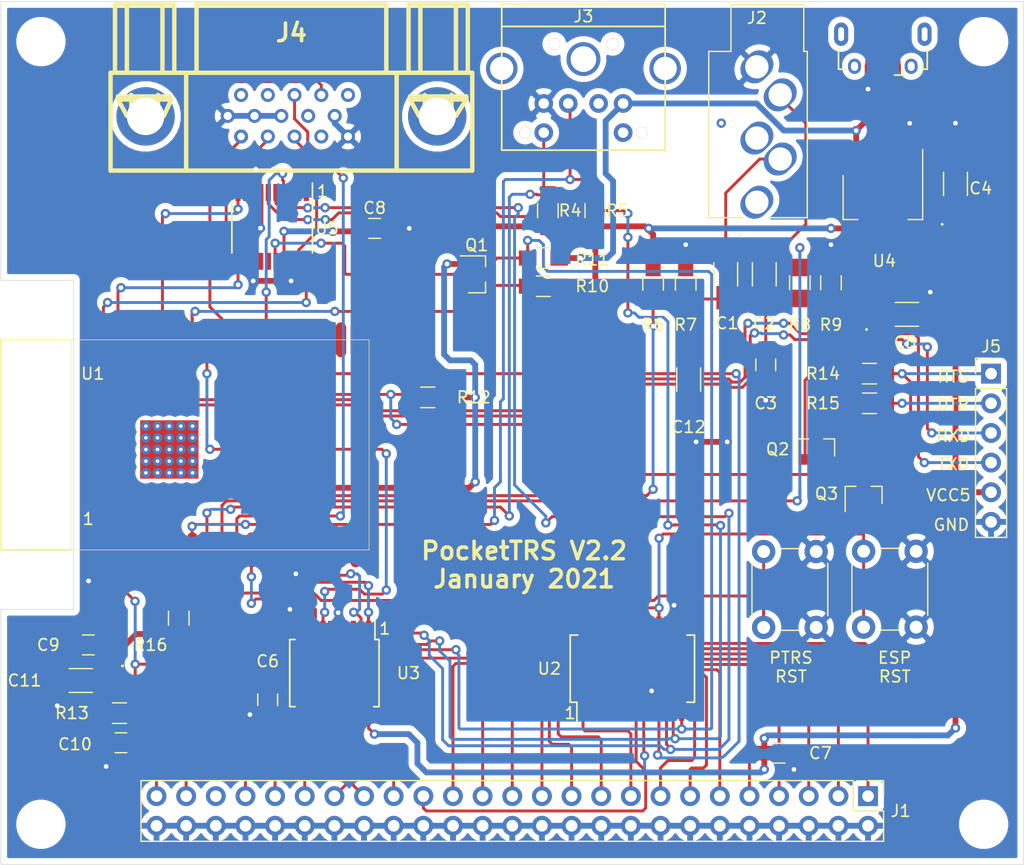
<source format=kicad_pcb>
(kicad_pcb (version 20171130) (host pcbnew "(5.1.5)-3")
  (layers (0 F.Cu signal) (31 B.Cu signal) (34 B.Paste user) (35 F.Paste user) (36 B.SilkS user) (37 F.SilkS user) (38 B.Mask user) (39 F.Mask user) (44 Edge.Cuts user))
  (net 0 "")
  (net 1 CASS_IN)
  (net 2 "Net-(C2-Pad2)")
  (net 3 GND)
  (net 4 +5V)
  (net 5 +3V3)
  (net 6 IOREQ_N)
  (net 7 M1_N)
  (net 8 EXTIOSEL_N)
  (net 9 IOWAIT_N)
  (net 10 IOINT_N)
  (net 11 RESET_N)
  (net 12 OUT_N)
  (net 13 IN_N)
  (net 14 A7)
  (net 15 A6)
  (net 16 A5)
  (net 17 A4)
  (net 18 A3)
  (net 19 A2)
  (net 20 A1)
  (net 21 A0)
  (net 22 D7)
  (net 23 D6)
  (net 24 D5)
  (net 25 D4)
  (net 26 D3)
  (net 27 D2)
  (net 28 D1)
  (net 29 D0)
  (net 30 PS2_DATA)
  (net 31 PS2_CLK)
  (net 32 VGA_HSYNC)
  (net 33 VGA_VSYNC)
  (net 34 RXD0)
  (net 35 TXD0)
  (net 36 ESP_RESET)
  (net 37 I00)
  (net 38 PTRS_RESET)
  (net 39 ESP_MISO)
  (net 40 MISO)
  (net 41 VGA_RED)
  (net 42 VGA_GREEN)
  (net 43 VGA_BLUE)
  (net 44 CASS_OUT)
  (net 45 CS23S08)
  (net 46 CS23S17)
  (net 47 MOSI)
  (net 48 SCK)
  (net 49 ESP_INT_N)
  (net 50 POT_VGA_BLUE)
  (net 51 POT_VGA_GREEN)
  (net 52 POT_VGA_RED)
  (net 53 "Net-(J5-Pad2)")
  (net 54 "Net-(J5-Pad1)")
  (net 55 CS43x1)
  (net 56 "Net-(Q2-Pad1)")
  (net 57 "Net-(Q3-Pad1)")
  (net 58 "Net-(J3-Pad6)")
  (net 59 "Net-(C1-Pad1)")
  (net 60 "Net-(C2-Pad1)")
  (module Mounting_Holes:MountingHole_3.2mm_M3 (layer F.Cu) (at 249.301 132.461)
    (fp_text reference REF** hide)
    (fp_text value MountingHole_3.2mm_M3)
    (pad 1 np_thru_hole circle (at 0 0) (size 3.2 3.2) (drill 3.2) (layers *.Cu *.Mask))
  )
  (module Mounting_Holes:MountingHole_3.2mm_M3 (layer F.Cu) (at 168.529 132.461)
    (fp_text reference REF** hide)
    (fp_text value MountingHole_3.2mm_M3)
    (pad 1 np_thru_hole circle (at 0 0) (size 3.2 3.2) (drill 3.2) (layers *.Cu *.Mask))
  )
  (module Mounting_Holes:MountingHole_3.2mm_M3 (layer F.Cu) (at 249.301 65.405)
    (fp_text reference REF** hide)
    (fp_text value MountingHole_3.2mm_M3)
    (pad 1 np_thru_hole circle (at 0 0) (size 3.2 3.2) (drill 3.2) (layers *.Cu *.Mask))
  )
  (module Mounting_Holes:MountingHole_3.2mm_M3 (layer F.Cu) (at 168.529 65.405)
    (fp_text reference REF** hide)
    (fp_text value MountingHole_3.2mm_M3)
    (pad 1 np_thru_hole circle (at 0 0) (size 3.2 3.2) (drill 3.2) (layers *.Cu *.Mask))
  )
  (module Pin_Headers:Pin_Header_Straight_2x25_Pitch2.54mm (layer F.Cu) (at 239.395 130.048 270)
    (fp_text reference J1 (at 1.27 -2.794 180) (layer F.SilkS))
    (fp_text value TRS-80)
    (pad 50 thru_hole oval (at 2.54 60.96 270) (size 1.7 1.7) (drill 1) (layers *.Cu *.Mask) (net 3 GND))
    (pad 49 thru_hole oval (at 0 60.96 270) (size 1.7 1.7) (drill 1) (layers *.Cu *.Mask) (net 6 IOREQ_N))
    (pad 48 thru_hole oval (at 2.54 58.42 270) (size 1.7 1.7) (drill 1) (layers *.Cu *.Mask) (net 3 GND))
    (pad 47 thru_hole oval (at 0 58.42 270) (size 1.7 1.7) (drill 1) (layers *.Cu *.Mask) (net 7 M1_N))
    (pad 46 thru_hole oval (at 2.54 55.88 270) (size 1.7 1.7) (drill 1) (layers *.Cu *.Mask) (net 3 GND))
    (pad 45 thru_hole oval (at 0 55.88 270) (size 1.7 1.7) (drill 1) (layers *.Cu *.Mask))
    (pad 44 thru_hole oval (at 2.54 53.34 270) (size 1.7 1.7) (drill 1) (layers *.Cu *.Mask) (net 3 GND))
    (pad 43 thru_hole oval (at 0 53.34 270) (size 1.7 1.7) (drill 1) (layers *.Cu *.Mask) (net 8 EXTIOSEL_N))
    (pad 42 thru_hole oval (at 2.54 50.8 270) (size 1.7 1.7) (drill 1) (layers *.Cu *.Mask) (net 3 GND))
    (pad 41 thru_hole oval (at 0 50.8 270) (size 1.7 1.7) (drill 1) (layers *.Cu *.Mask) (net 9 IOWAIT_N))
    (pad 40 thru_hole oval (at 2.54 48.26 270) (size 1.7 1.7) (drill 1) (layers *.Cu *.Mask) (net 3 GND))
    (pad 39 thru_hole oval (at 0 48.26 270) (size 1.7 1.7) (drill 1) (layers *.Cu *.Mask) (net 10 IOINT_N))
    (pad 38 thru_hole oval (at 2.54 45.72 270) (size 1.7 1.7) (drill 1) (layers *.Cu *.Mask) (net 3 GND))
    (pad 37 thru_hole oval (at 0 45.72 270) (size 1.7 1.7) (drill 1) (layers *.Cu *.Mask) (net 11 RESET_N))
    (pad 36 thru_hole oval (at 2.54 43.18 270) (size 1.7 1.7) (drill 1) (layers *.Cu *.Mask) (net 3 GND))
    (pad 35 thru_hole oval (at 0 43.18 270) (size 1.7 1.7) (drill 1) (layers *.Cu *.Mask) (net 12 OUT_N))
    (pad 34 thru_hole oval (at 2.54 40.64 270) (size 1.7 1.7) (drill 1) (layers *.Cu *.Mask) (net 3 GND))
    (pad 33 thru_hole oval (at 0 40.64 270) (size 1.7 1.7) (drill 1) (layers *.Cu *.Mask) (net 13 IN_N))
    (pad 32 thru_hole oval (at 2.54 38.1 270) (size 1.7 1.7) (drill 1) (layers *.Cu *.Mask) (net 3 GND))
    (pad 31 thru_hole oval (at 0 38.1 270) (size 1.7 1.7) (drill 1) (layers *.Cu *.Mask) (net 14 A7))
    (pad 30 thru_hole oval (at 2.54 35.56 270) (size 1.7 1.7) (drill 1) (layers *.Cu *.Mask) (net 3 GND))
    (pad 29 thru_hole oval (at 0 35.56 270) (size 1.7 1.7) (drill 1) (layers *.Cu *.Mask) (net 15 A6))
    (pad 28 thru_hole oval (at 2.54 33.02 270) (size 1.7 1.7) (drill 1) (layers *.Cu *.Mask) (net 3 GND))
    (pad 27 thru_hole oval (at 0 33.02 270) (size 1.7 1.7) (drill 1) (layers *.Cu *.Mask) (net 16 A5))
    (pad 26 thru_hole oval (at 2.54 30.48 270) (size 1.7 1.7) (drill 1) (layers *.Cu *.Mask) (net 3 GND))
    (pad 25 thru_hole oval (at 0 30.48 270) (size 1.7 1.7) (drill 1) (layers *.Cu *.Mask) (net 17 A4))
    (pad 24 thru_hole oval (at 2.54 27.94 270) (size 1.7 1.7) (drill 1) (layers *.Cu *.Mask) (net 3 GND))
    (pad 23 thru_hole oval (at 0 27.94 270) (size 1.7 1.7) (drill 1) (layers *.Cu *.Mask) (net 18 A3))
    (pad 22 thru_hole oval (at 2.54 25.4 270) (size 1.7 1.7) (drill 1) (layers *.Cu *.Mask) (net 3 GND))
    (pad 21 thru_hole oval (at 0 25.4 270) (size 1.7 1.7) (drill 1) (layers *.Cu *.Mask) (net 19 A2))
    (pad 20 thru_hole oval (at 2.54 22.86 270) (size 1.7 1.7) (drill 1) (layers *.Cu *.Mask) (net 3 GND))
    (pad 19 thru_hole oval (at 0 22.86 270) (size 1.7 1.7) (drill 1) (layers *.Cu *.Mask) (net 20 A1))
    (pad 18 thru_hole oval (at 2.54 20.32 270) (size 1.7 1.7) (drill 1) (layers *.Cu *.Mask) (net 3 GND))
    (pad 17 thru_hole oval (at 0 20.32 270) (size 1.7 1.7) (drill 1) (layers *.Cu *.Mask) (net 21 A0))
    (pad 16 thru_hole oval (at 2.54 17.78 270) (size 1.7 1.7) (drill 1) (layers *.Cu *.Mask) (net 3 GND))
    (pad 15 thru_hole oval (at 0 17.78 270) (size 1.7 1.7) (drill 1) (layers *.Cu *.Mask) (net 22 D7))
    (pad 14 thru_hole oval (at 2.54 15.24 270) (size 1.7 1.7) (drill 1) (layers *.Cu *.Mask) (net 3 GND))
    (pad 13 thru_hole oval (at 0 15.24 270) (size 1.7 1.7) (drill 1) (layers *.Cu *.Mask) (net 23 D6))
    (pad 12 thru_hole oval (at 2.54 12.7 270) (size 1.7 1.7) (drill 1) (layers *.Cu *.Mask) (net 3 GND))
    (pad 11 thru_hole oval (at 0 12.7 270) (size 1.7 1.7) (drill 1) (layers *.Cu *.Mask) (net 24 D5))
    (pad 10 thru_hole oval (at 2.54 10.16 270) (size 1.7 1.7) (drill 1) (layers *.Cu *.Mask) (net 3 GND))
    (pad 9 thru_hole oval (at 0 10.16 270) (size 1.7 1.7) (drill 1) (layers *.Cu *.Mask) (net 25 D4))
    (pad 8 thru_hole oval (at 2.54 7.62 270) (size 1.7 1.7) (drill 1) (layers *.Cu *.Mask) (net 3 GND))
    (pad 7 thru_hole oval (at 0 7.62 270) (size 1.7 1.7) (drill 1) (layers *.Cu *.Mask) (net 26 D3))
    (pad 6 thru_hole oval (at 2.54 5.08 270) (size 1.7 1.7) (drill 1) (layers *.Cu *.Mask) (net 3 GND))
    (pad 5 thru_hole oval (at 0 5.08 270) (size 1.7 1.7) (drill 1) (layers *.Cu *.Mask) (net 27 D2))
    (pad 4 thru_hole oval (at 2.54 2.54 270) (size 1.7 1.7) (drill 1) (layers *.Cu *.Mask) (net 3 GND))
    (pad 3 thru_hole oval (at 0 2.54 270) (size 1.7 1.7) (drill 1) (layers *.Cu *.Mask) (net 28 D1))
    (pad 2 thru_hole oval (at 2.54 0 270) (size 1.7 1.7) (drill 1) (layers *.Cu *.Mask) (net 3 GND))
    (pad 1 thru_hole rect (at 0 0 270) (size 1.7 1.7) (drill 1) (layers *.Cu *.Mask) (net 29 D0))
  )
  (module esp32-wrover.pretty:ESP32-WROVER (layer F.Cu) (at 171.704 99.949 90)
    (fp_text reference U1 (at 6.096 1.27 180) (layer F.SilkS))
    (fp_text value ESP32-WROVER-B hide)
    (pad 39 thru_hole circle (at 1.6 5.82 90) (size 0.8 0.8) (drill 0.3) (layers *.Cu *.Mask))
    (pad 39 thru_hole circle (at 1.6 6.82 90) (size 0.8 0.8) (drill 0.3) (layers *.Cu *.Mask))
    (pad 39 thru_hole circle (at 1.6 7.82 90) (size 0.8 0.8) (drill 0.3) (layers *.Cu *.Mask))
    (pad 39 thru_hole circle (at 1.6 8.82 90) (size 0.8 0.8) (drill 0.3) (layers *.Cu *.Mask))
    (pad 39 thru_hole circle (at 1.6 9.82 90) (size 0.8 0.8) (drill 0.3) (layers *.Cu *.Mask))
    (pad 39 thru_hole circle (at -0.4 5.82 90) (size 0.8 0.8) (drill 0.3) (layers *.Cu *.Mask))
    (pad 39 thru_hole circle (at -0.4 6.82 90) (size 0.8 0.8) (drill 0.3) (layers *.Cu *.Mask))
    (pad 39 thru_hole circle (at -0.4 7.82 90) (size 0.8 0.8) (drill 0.3) (layers *.Cu *.Mask))
    (pad 39 thru_hole circle (at -0.4 8.82 90) (size 0.8 0.8) (drill 0.3) (layers *.Cu *.Mask))
    (pad 39 thru_hole circle (at -0.4 9.82 90) (size 0.8 0.8) (drill 0.3) (layers *.Cu *.Mask))
    (pad 39 thru_hole circle (at 0.6 9.82 90) (size 0.8 0.8) (drill 0.3) (layers *.Cu *.Mask))
    (pad 39 thru_hole circle (at 0.6 8.82 90) (size 0.8 0.8) (drill 0.3) (layers *.Cu *.Mask))
    (pad 39 thru_hole circle (at 0.6 7.82 90) (size 0.8 0.8) (drill 0.3) (layers *.Cu *.Mask))
    (pad 39 thru_hole circle (at 0.6 6.82 90) (size 0.8 0.8) (drill 0.3) (layers *.Cu *.Mask))
    (pad 39 thru_hole circle (at 0.6 5.82 90) (size 0.8 0.8) (drill 0.3) (layers *.Cu *.Mask))
    (pad 39 thru_hole circle (at -1.4 5.82 90) (size 0.8 0.8) (drill 0.3) (layers *.Cu *.Mask))
    (pad 39 thru_hole circle (at -1.4 6.82 90) (size 0.8 0.8) (drill 0.3) (layers *.Cu *.Mask))
    (pad 39 thru_hole circle (at -1.4 7.82 90) (size 0.8 0.8) (drill 0.3) (layers *.Cu *.Mask))
    (pad 39 thru_hole circle (at -1.4 8.82 90) (size 0.8 0.8) (drill 0.3) (layers *.Cu *.Mask))
    (pad 39 thru_hole circle (at -1.4 9.82 90) (size 0.8 0.8) (drill 0.3) (layers *.Cu *.Mask))
    (pad 39 thru_hole circle (at -2.4 9.82 90) (size 0.8 0.8) (drill 0.3) (layers *.Cu *.Mask))
    (pad 39 thru_hole circle (at -2.4 8.82 90) (size 0.8 0.8) (drill 0.3) (layers *.Cu *.Mask))
    (pad 39 thru_hole circle (at -2.4 7.82 90) (size 0.8 0.8) (drill 0.3) (layers *.Cu *.Mask))
    (pad 39 thru_hole circle (at -2.4 6.82 90) (size 0.8 0.8) (drill 0.3) (layers *.Cu *.Mask))
    (pad 38 smd oval (at 9.03 0.91 90) (size 3 0.9) (layers F.Cu F.Paste F.Mask))
    (pad 37 smd oval (at 9.03 2.18 90) (size 3 0.9) (layers F.Cu F.Paste F.Mask) (net 43 VGA_BLUE))
    (pad 36 smd oval (at 9.03 3.45 90) (size 3 0.9) (layers F.Cu F.Paste F.Mask) (net 41 VGA_RED))
    (pad 35 smd oval (at 9.03 4.72 90) (size 3 0.9) (layers F.Cu F.Paste F.Mask) (net 35 TXD0))
    (pad 34 smd oval (at 9.03 5.99 90) (size 3 0.9) (layers F.Cu F.Paste F.Mask) (net 34 RXD0))
    (pad 33 smd oval (at 9.03 7.26 90) (size 3 0.9) (layers F.Cu F.Paste F.Mask) (net 42 VGA_GREEN))
    (pad 32 smd oval (at 9.03 8.53 90) (size 3 0.9) (layers F.Cu F.Paste F.Mask))
    (pad 31 smd oval (at 9.03 9.8 90) (size 3 0.9) (layers F.Cu F.Paste F.Mask) (net 39 ESP_MISO))
    (pad 30 smd oval (at 9.03 11.07 90) (size 3 0.9) (layers F.Cu F.Paste F.Mask) (net 45 CS23S08))
    (pad 29 smd oval (at 9.03 12.34 90) (size 3 0.9) (layers F.Cu F.Paste F.Mask) (net 33 VGA_VSYNC))
    (pad 28 smd oval (at 9.03 13.61 90) (size 3 0.9) (layers F.Cu F.Paste F.Mask))
    (pad 27 smd oval (at 9.03 14.88 90) (size 3 0.9) (layers F.Cu F.Paste F.Mask))
    (pad 26 smd oval (at 9.03 16.15 90) (size 3 0.9) (layers F.Cu F.Paste F.Mask) (net 55 CS43x1))
    (pad 25 smd oval (at 9.03 17.42 90) (size 3 0.9) (layers F.Cu F.Paste F.Mask) (net 37 I00))
    (pad 24 smd oval (at 9 18.72 90) (size 3 0.9) (layers F.Cu F.Paste F.Mask))
    (pad 23 smd oval (at 9 19.99 90) (size 3 0.9) (layers F.Cu F.Paste F.Mask) (net 46 CS23S17))
    (pad 22 smd oval (at 9 21.26 90) (size 3 0.9) (layers F.Cu F.Paste F.Mask))
    (pad 21 smd oval (at 9 22.53 90) (size 3 0.9) (layers F.Cu F.Paste F.Mask))
    (pad 20 smd oval (at 9 23.8 90) (size 3 0.9) (layers F.Cu F.Paste F.Mask))
    (pad 19 smd oval (at -9 23.8 90) (size 3 0.9) (layers F.Cu F.Paste F.Mask))
    (pad 18 smd oval (at -9 22.53 90) (size 3 0.9) (layers F.Cu F.Paste F.Mask))
    (pad 17 smd oval (at -9 21.26 90) (size 3 0.9) (layers F.Cu F.Paste F.Mask))
    (pad 16 smd oval (at -9 19.99 90) (size 3 0.9) (layers F.Cu F.Paste F.Mask) (net 47 MOSI))
    (pad 15 smd oval (at -9 18.72 90) (size 3 0.9) (layers F.Cu F.Paste F.Mask) (net 3 GND))
    (pad 14 smd oval (at -9 17.42 90) (size 3 0.9) (layers F.Cu F.Paste F.Mask))
    (pad 13 smd oval (at -9 16.15 90) (size 3 0.9) (layers F.Cu F.Paste F.Mask) (net 48 SCK))
    (pad 12 smd oval (at -9 14.88 90) (size 3 0.9) (layers F.Cu F.Paste F.Mask) (net 49 ESP_INT_N))
    (pad 11 smd oval (at -9 13.61 90) (size 3 0.9) (layers F.Cu F.Paste F.Mask) (net 32 VGA_HSYNC))
    (pad 10 smd oval (at -9 12.34 90) (size 3 0.9) (layers F.Cu F.Paste F.Mask) (net 44 CASS_OUT))
    (pad 9 smd oval (at -9 11.07 90) (size 3 0.9) (layers F.Cu F.Paste F.Mask) (net 31 PS2_CLK))
    (pad 8 smd oval (at -9 9.8 90) (size 3 0.9) (layers F.Cu F.Paste F.Mask) (net 30 PS2_DATA))
    (pad 7 smd oval (at -9 8.53 90) (size 3 0.9) (layers F.Cu F.Paste F.Mask) (net 38 PTRS_RESET))
    (pad 6 smd oval (at -9 7.26 90) (size 3 0.9) (layers F.Cu F.Paste F.Mask))
    (pad 5 smd oval (at -9 5.99 90) (size 3 0.9) (layers F.Cu F.Paste F.Mask))
    (pad 4 smd oval (at -9 4.72 90) (size 3 0.9) (layers F.Cu F.Paste F.Mask) (net 1 CASS_IN))
    (pad 3 smd oval (at -9 3.45 90) (size 3 0.9) (layers F.Cu F.Paste F.Mask) (net 36 ESP_RESET))
    (pad 2 smd oval (at -9 2.18 90) (size 3 0.9) (layers F.Cu F.Paste F.Mask) (net 5 +3V3))
    (pad 1 smd oval (at -9 0.91 90) (size 3 0.9) (layers F.Cu F.Paste F.Mask) (net 3 GND))
    (pad 39 smd rect (at -0.4 7.83 90) (size 5 5) (layers F.Cu F.Paste F.Mask))
    (pad 39 thru_hole circle (at -2.4 5.82 90) (size 0.8 0.8) (drill 0.3) (layers *.Cu *.Mask))
  )
  (module Pin_Headers:Pin_Header_Straight_1x06_Pitch2.54mm (layer F.Cu) (at 249.936 93.853)
    (fp_text reference J5 (at 0 -2.33) (layer F.SilkS))
    (fp_text value Programmer)
    (pad 6 thru_hole oval (at 0 12.7) (size 1.7 1.7) (drill 1) (layers *.Cu *.Mask) (net 3 GND))
    (pad 5 thru_hole oval (at 0 10.16) (size 1.7 1.7) (drill 1) (layers *.Cu *.Mask) (net 4 +5V))
    (pad 4 thru_hole oval (at 0 7.62) (size 1.7 1.7) (drill 1) (layers *.Cu *.Mask) (net 34 RXD0))
    (pad 3 thru_hole oval (at 0 5.08) (size 1.7 1.7) (drill 1) (layers *.Cu *.Mask) (net 35 TXD0))
    (pad 2 thru_hole oval (at 0 2.54) (size 1.7 1.7) (drill 1) (layers *.Cu *.Mask) (net 53 "Net-(J5-Pad2)"))
    (pad 1 thru_hole rect (at 0 0) (size 1.7 1.7) (drill 1) (layers *.Cu *.Mask) (net 54 "Net-(J5-Pad1)"))
  )
  (module TO_SOT_Packages_SMD:SOT-223-3_TabPin2 (layer F.Cu) (at 240.665 78.74 270)
    (fp_text reference U4 (at 5.461 -0.127 180) (layer F.SilkS))
    (fp_text value AMS1117-3.3)
    (pad 1 smd rect (at -3.15 -2.3 270) (size 2 1.5) (layers F.Cu F.Paste F.Mask) (net 3 GND))
    (pad 3 smd rect (at -3.15 2.3 270) (size 2 1.5) (layers F.Cu F.Paste F.Mask) (net 4 +5V))
    (pad 2 smd rect (at -3.15 0 270) (size 2 1.5) (layers F.Cu F.Paste F.Mask) (net 5 +3V3))
    (pad 2 smd rect (at 3.15 0 270) (size 2 3.8) (layers F.Cu F.Paste F.Mask) (net 5 +3V3))
  )
  (module Capacitors_SMD:C_0805_HandSoldering (layer F.Cu) (at 230.632 93.091 270)
    (fp_text reference C3 (at 3.302 0 180) (layer F.SilkS))
    (fp_text value 100N)
    (pad 1 smd rect (at -1.25 0 270) (size 1.5 1.25) (layers F.Cu F.Paste F.Mask) (net 2 "Net-(C2-Pad2)"))
    (pad 2 smd rect (at 1.25 0 270) (size 1.5 1.25) (layers F.Cu F.Paste F.Mask) (net 3 GND))
  )
  (module Capacitors_SMD:C_1206_HandSoldering (layer F.Cu) (at 246.888 77.597 90)
    (fp_text reference C4 (at -0.381 2.159 180) (layer F.SilkS))
    (fp_text value 100U)
    (pad 1 smd rect (at -2 0 90) (size 2 1.6) (layers F.Cu F.Paste F.Mask) (net 4 +5V))
    (pad 2 smd rect (at 2 0 90) (size 2 1.6) (layers F.Cu F.Paste F.Mask) (net 3 GND))
  )
  (module Capacitors_SMD:C_1206_HandSoldering (layer F.Cu) (at 242.729 88.773)
    (fp_text reference C5 (at -0.159 2.413) (layer F.SilkS))
    (fp_text value 100U)
    (pad 2 smd rect (at 2 0) (size 2 1.6) (layers F.Cu F.Paste F.Mask) (net 3 GND))
    (pad 1 smd rect (at -2 0) (size 2 1.6) (layers F.Cu F.Paste F.Mask) (net 5 +3V3))
  )
  (module Capacitors_SMD:C_0805_HandSoldering (layer F.Cu) (at 187.96 121.793 270)
    (fp_text reference C6 (at -3.302 0 180) (layer F.SilkS))
    (fp_text value 100N)
    (pad 1 smd rect (at -1.25 0 270) (size 1.5 1.25) (layers F.Cu F.Paste F.Mask) (net 4 +5V))
    (pad 2 smd rect (at 1.25 0 270) (size 1.5 1.25) (layers F.Cu F.Paste F.Mask) (net 3 GND))
  )
  (module Capacitors_SMD:C_0805_HandSoldering (layer F.Cu) (at 231.775 126.365)
    (fp_text reference C7 (at 3.536 0) (layer F.SilkS))
    (fp_text value 100N)
    (pad 2 smd rect (at 1.25 0) (size 1.5 1.25) (layers F.Cu F.Paste F.Mask) (net 3 GND))
    (pad 1 smd rect (at -1.25 0) (size 1.5 1.25) (layers F.Cu F.Paste F.Mask) (net 4 +5V))
  )
  (module Capacitors_SMD:C_0805_HandSoldering (layer F.Cu) (at 197.124 81.407)
    (fp_text reference C8 (at 0 -1.75) (layer F.SilkS))
    (fp_text value 100N)
    (pad 1 smd rect (at -1.25 0) (size 1.5 1.25) (layers F.Cu F.Paste F.Mask) (net 5 +3V3))
    (pad 2 smd rect (at 1.25 0) (size 1.5 1.25) (layers F.Cu F.Paste F.Mask) (net 3 GND))
  )
  (module Capacitors_SMD:C_0805_HandSoldering (layer F.Cu) (at 172.593 117.094 180)
    (fp_text reference C9 (at 3.429 0) (layer F.SilkS))
    (fp_text value 100N)
    (pad 2 smd rect (at 1.25 0 180) (size 1.5 1.25) (layers F.Cu F.Paste F.Mask) (net 3 GND))
    (pad 1 smd rect (at -1.25 0 180) (size 1.5 1.25) (layers F.Cu F.Paste F.Mask) (net 5 +3V3))
  )
  (module Capacitors_SMD:C_0805_HandSoldering (layer F.Cu) (at 175.387 125.476 180)
    (fp_text reference C10 (at 3.937 -0.127) (layer F.SilkS))
    (fp_text value 100N)
    (pad 2 smd rect (at 1.25 0 180) (size 1.5 1.25) (layers F.Cu F.Paste F.Mask) (net 3 GND))
    (pad 1 smd rect (at -1.25 0 180) (size 1.5 1.25) (layers F.Cu F.Paste F.Mask) (net 36 ESP_RESET))
  )
  (module Resistors_SMD:R_0805_HandSoldering (layer F.Cu) (at 211.963 79.883 270)
    (fp_text reference R4 (at 0 -1.905 180) (layer F.SilkS))
    (fp_text value 2K)
    (pad 1 smd rect (at -1.35 0 270) (size 1.5 1.3) (layers F.Cu F.Paste F.Mask) (net 31 PS2_CLK))
    (pad 2 smd rect (at 1.35 0 270) (size 1.5 1.3) (layers F.Cu F.Paste F.Mask) (net 5 +3V3))
  )
  (module Resistors_SMD:R_0805_HandSoldering (layer F.Cu) (at 216.027 79.883 270)
    (fp_text reference R5 (at 0 -1.905 180) (layer F.SilkS))
    (fp_text value 2K)
    (pad 2 smd rect (at 1.35 0 270) (size 1.5 1.3) (layers F.Cu F.Paste F.Mask) (net 5 +3V3))
    (pad 1 smd rect (at -1.35 0 270) (size 1.5 1.3) (layers F.Cu F.Paste F.Mask) (net 30 PS2_DATA))
  )
  (module Resistors_SMD:R_0805_HandSoldering (layer F.Cu) (at 220.98 86.106 270)
    (fp_text reference R6 (at 3.556 0 180) (layer F.SilkS))
    (fp_text value 4K7)
    (pad 2 smd rect (at 1.35 0 270) (size 1.5 1.3) (layers F.Cu F.Paste F.Mask) (net 1 CASS_IN))
    (pad 1 smd rect (at -1.35 0 270) (size 1.5 1.3) (layers F.Cu F.Paste F.Mask) (net 5 +3V3))
  )
  (module Resistors_SMD:R_0805_HandSoldering (layer F.Cu) (at 223.774 86.106 90)
    (fp_text reference R7 (at -3.556 0 180) (layer F.SilkS))
    (fp_text value 4K7)
    (pad 1 smd rect (at -1.35 0 90) (size 1.5 1.3) (layers F.Cu F.Paste F.Mask) (net 1 CASS_IN))
    (pad 2 smd rect (at 1.35 0 90) (size 1.5 1.3) (layers F.Cu F.Paste F.Mask) (net 3 GND))
  )
  (module Resistors_SMD:R_0805_HandSoldering (layer F.Cu) (at 233.553 86.059 90)
    (fp_text reference R8 (at -3.603 0 180) (layer F.SilkS))
    (fp_text value 270R)
    (pad 1 smd rect (at -1.35 0 90) (size 1.5 1.3) (layers F.Cu F.Paste F.Mask) (net 2 "Net-(C2-Pad2)"))
    (pad 2 smd rect (at 1.303 0 90) (size 1.5 1.3) (layers F.Cu F.Paste F.Mask) (net 44 CASS_OUT))
  )
  (module Resistors_SMD:R_0805_HandSoldering (layer F.Cu) (at 236.22 86.059 90)
    (fp_text reference R9 (at -3.603 0 180) (layer F.SilkS))
    (fp_text value 150R)
    (pad 2 smd rect (at 1.35 0 90) (size 1.5 1.3) (layers F.Cu F.Paste F.Mask) (net 3 GND))
    (pad 1 smd rect (at -1.35 0 90) (size 1.5 1.3) (layers F.Cu F.Paste F.Mask) (net 2 "Net-(C2-Pad2)"))
  )
  (module Resistors_SMD:R_0805_HandSoldering (layer F.Cu) (at 211.582 86.36 180)
    (fp_text reference R10 (at -4.191 0) (layer F.SilkS))
    (fp_text value 10K)
    (pad 2 smd rect (at 1.35 0 180) (size 1.5 1.3) (layers F.Cu F.Paste F.Mask) (net 39 ESP_MISO))
    (pad 1 smd rect (at -1.35 0 180) (size 1.5 1.3) (layers F.Cu F.Paste F.Mask) (net 5 +3V3))
  )
  (module Resistors_SMD:R_0805_HandSoldering (layer F.Cu) (at 211.582 83.947 180)
    (fp_text reference R11 (at -4.191 -0.127) (layer F.SilkS))
    (fp_text value 10K)
    (pad 1 smd rect (at -1.35 0 180) (size 1.5 1.3) (layers F.Cu F.Paste F.Mask) (net 4 +5V))
    (pad 2 smd rect (at 1.35 0 180) (size 1.5 1.3) (layers F.Cu F.Paste F.Mask) (net 40 MISO))
  )
  (module Resistors_SMD:R_0805_HandSoldering (layer F.Cu) (at 201.676 95.885 180)
    (fp_text reference R12 (at -3.937 0) (layer F.SilkS))
    (fp_text value 4K7)
    (pad 2 smd rect (at 1.35 0 180) (size 1.5 1.3) (layers F.Cu F.Paste F.Mask) (net 37 I00))
    (pad 1 smd rect (at -1.35 0 180) (size 1.5 1.3) (layers F.Cu F.Paste F.Mask) (net 5 +3V3))
  )
  (module Resistors_SMD:R_0805_HandSoldering (layer F.Cu) (at 175.26 122.936)
    (fp_text reference R13 (at -4.064 0) (layer F.SilkS))
    (fp_text value 4K7)
    (pad 2 smd rect (at 1.35 0) (size 1.5 1.3) (layers F.Cu F.Paste F.Mask) (net 36 ESP_RESET))
    (pad 1 smd rect (at -1.35 0) (size 1.5 1.3) (layers F.Cu F.Paste F.Mask) (net 5 +3V3))
  )
  (module Resistors_SMD:R_0805_HandSoldering (layer F.Cu) (at 239.522 93.853)
    (fp_text reference R14 (at -3.984 0) (layer F.SilkS))
    (fp_text value 12K)
    (pad 1 smd rect (at -1.35 0) (size 1.5 1.3) (layers F.Cu F.Paste F.Mask) (net 56 "Net-(Q2-Pad1)"))
    (pad 2 smd rect (at 1.35 0) (size 1.5 1.3) (layers F.Cu F.Paste F.Mask) (net 54 "Net-(J5-Pad1)"))
  )
  (module Resistors_SMD:R_0805_HandSoldering (layer F.Cu) (at 239.522 96.393)
    (fp_text reference R15 (at -3.984 0) (layer F.SilkS))
    (fp_text value 12K)
    (pad 1 smd rect (at -1.35 0) (size 1.5 1.3) (layers F.Cu F.Paste F.Mask) (net 57 "Net-(Q3-Pad1)"))
    (pad 2 smd rect (at 1.35 0) (size 1.5 1.3) (layers F.Cu F.Paste F.Mask) (net 53 "Net-(J5-Pad2)"))
  )
  (module Resistors_SMD:R_0805_HandSoldering (layer F.Cu) (at 180.34 114.808 90)
    (fp_text reference R16 (at -2.286 -2.413 180) (layer F.SilkS))
    (fp_text value 4K7)
    (pad 2 smd rect (at 1.35 0 90) (size 1.5 1.3) (layers F.Cu F.Paste F.Mask) (net 38 PTRS_RESET))
    (pad 1 smd rect (at -1.35 0 90) (size 1.5 1.3) (layers F.Cu F.Paste F.Mask) (net 5 +3V3))
  )
  (module Housings_SSOP:SSOP-28_5.3x10.2mm_Pitch0.65mm (layer F.Cu) (at 219.202 119.126 90)
    (fp_text reference U2 (at 0 -7.112 180) (layer F.SilkS))
    (fp_text value MCP23S17_SP)
    (pad 28 smd rect (at 3.6 -4.225 90) (size 1.75 0.45) (layers F.Cu F.Paste F.Mask) (net 22 D7))
    (pad 27 smd rect (at 3.6 -3.575 90) (size 1.75 0.45) (layers F.Cu F.Paste F.Mask) (net 23 D6))
    (pad 26 smd rect (at 3.6 -2.925 90) (size 1.75 0.45) (layers F.Cu F.Paste F.Mask) (net 24 D5))
    (pad 25 smd rect (at 3.6 -2.275 90) (size 1.75 0.45) (layers F.Cu F.Paste F.Mask) (net 25 D4))
    (pad 24 smd rect (at 3.6 -1.625 90) (size 1.75 0.45) (layers F.Cu F.Paste F.Mask) (net 26 D3))
    (pad 23 smd rect (at 3.6 -0.975 90) (size 1.75 0.45) (layers F.Cu F.Paste F.Mask) (net 27 D2))
    (pad 22 smd rect (at 3.6 -0.325 90) (size 1.75 0.45) (layers F.Cu F.Paste F.Mask) (net 28 D1))
    (pad 21 smd rect (at 3.6 0.325 90) (size 1.75 0.45) (layers F.Cu F.Paste F.Mask) (net 29 D0))
    (pad 20 smd rect (at 3.6 0.975 90) (size 1.75 0.45) (layers F.Cu F.Paste F.Mask))
    (pad 19 smd rect (at 3.6 1.625 90) (size 1.75 0.45) (layers F.Cu F.Paste F.Mask))
    (pad 18 smd rect (at 3.6 2.275 90) (size 1.75 0.45) (layers F.Cu F.Paste F.Mask) (net 36 ESP_RESET))
    (pad 17 smd rect (at 3.6 2.925 90) (size 1.75 0.45) (layers F.Cu F.Paste F.Mask) (net 3 GND))
    (pad 16 smd rect (at 3.6 3.575 90) (size 1.75 0.45) (layers F.Cu F.Paste F.Mask) (net 3 GND))
    (pad 15 smd rect (at 3.6 4.225 90) (size 1.75 0.45) (layers F.Cu F.Paste F.Mask) (net 3 GND))
    (pad 14 smd rect (at -3.6 4.225 90) (size 1.75 0.45) (layers F.Cu F.Paste F.Mask) (net 40 MISO))
    (pad 13 smd rect (at -3.6 3.575 90) (size 1.75 0.45) (layers F.Cu F.Paste F.Mask) (net 47 MOSI))
    (pad 12 smd rect (at -3.6 2.925 90) (size 1.75 0.45) (layers F.Cu F.Paste F.Mask) (net 48 SCK))
    (pad 11 smd rect (at -3.6 2.275 90) (size 1.75 0.45) (layers F.Cu F.Paste F.Mask) (net 46 CS23S17))
    (pad 10 smd rect (at -3.6 1.625 90) (size 1.75 0.45) (layers F.Cu F.Paste F.Mask) (net 3 GND))
    (pad 9 smd rect (at -3.6 0.975 90) (size 1.75 0.45) (layers F.Cu F.Paste F.Mask) (net 4 +5V))
    (pad 8 smd rect (at -3.6 0.325 90) (size 1.75 0.45) (layers F.Cu F.Paste F.Mask) (net 14 A7))
    (pad 7 smd rect (at -3.6 -0.325 90) (size 1.75 0.45) (layers F.Cu F.Paste F.Mask) (net 15 A6))
    (pad 6 smd rect (at -3.6 -0.975 90) (size 1.75 0.45) (layers F.Cu F.Paste F.Mask) (net 16 A5))
    (pad 5 smd rect (at -3.6 -1.625 90) (size 1.75 0.45) (layers F.Cu F.Paste F.Mask) (net 17 A4))
    (pad 4 smd rect (at -3.6 -2.275 90) (size 1.75 0.45) (layers F.Cu F.Paste F.Mask) (net 18 A3))
    (pad 3 smd rect (at -3.6 -2.925 90) (size 1.75 0.45) (layers F.Cu F.Paste F.Mask) (net 19 A2))
    (pad 2 smd rect (at -3.6 -3.575 90) (size 1.75 0.45) (layers F.Cu F.Paste F.Mask) (net 20 A1))
    (pad 1 smd rect (at -3.6 -4.225 90) (size 1.75 0.45) (layers F.Cu F.Paste F.Mask) (net 21 A0))
  )
  (module Housings_SSOP:TSSOP-20_4.4x6.5mm_Pitch0.65mm (layer F.Cu) (at 188.341 81.28 270)
    (fp_text reference U5 (at 0.127 -4.699 180) (layer F.SilkS))
    (fp_text value MCP43x1)
    (pad 20 smd rect (at 2.95 -2.925 270) (size 1.45 0.45) (layers F.Cu F.Paste F.Mask) (net 43 VGA_BLUE))
    (pad 19 smd rect (at 2.95 -2.275 270) (size 1.45 0.45) (layers F.Cu F.Paste F.Mask) (net 50 POT_VGA_BLUE))
    (pad 18 smd rect (at 2.95 -1.625 270) (size 1.45 0.45) (layers F.Cu F.Paste F.Mask) (net 3 GND))
    (pad 17 smd rect (at 2.95 -0.975 270) (size 1.45 0.45) (layers F.Cu F.Paste F.Mask) (net 5 +3V3))
    (pad 16 smd rect (at 2.95 -0.325 270) (size 1.45 0.45) (layers F.Cu F.Paste F.Mask) (net 40 MISO))
    (pad 15 smd rect (at 2.95 0.325 270) (size 1.45 0.45) (layers F.Cu F.Paste F.Mask))
    (pad 14 smd rect (at 2.95 0.975 270) (size 1.45 0.45) (layers F.Cu F.Paste F.Mask))
    (pad 13 smd rect (at 2.95 1.625 270) (size 1.45 0.45) (layers F.Cu F.Paste F.Mask) (net 3 GND))
    (pad 12 smd rect (at 2.95 2.275 270) (size 1.45 0.45) (layers F.Cu F.Paste F.Mask) (net 52 POT_VGA_RED))
    (pad 11 smd rect (at 2.95 2.925 270) (size 1.45 0.45) (layers F.Cu F.Paste F.Mask) (net 41 VGA_RED))
    (pad 10 smd rect (at -2.95 2.925 270) (size 1.45 0.45) (layers F.Cu F.Paste F.Mask) (net 42 VGA_GREEN))
    (pad 9 smd rect (at -2.95 2.275 270) (size 1.45 0.45) (layers F.Cu F.Paste F.Mask) (net 51 POT_VGA_GREEN))
    (pad 8 smd rect (at -2.95 1.625 270) (size 1.45 0.45) (layers F.Cu F.Paste F.Mask) (net 3 GND))
    (pad 7 smd rect (at -2.95 0.975 270) (size 1.45 0.45) (layers F.Cu F.Paste F.Mask) (net 3 GND))
    (pad 6 smd rect (at -2.95 0.325 270) (size 1.45 0.45) (layers F.Cu F.Paste F.Mask) (net 47 MOSI))
    (pad 5 smd rect (at -2.95 -0.325 270) (size 1.45 0.45) (layers F.Cu F.Paste F.Mask) (net 48 SCK))
    (pad 4 smd rect (at -2.95 -0.975 270) (size 1.45 0.45) (layers F.Cu F.Paste F.Mask) (net 55 CS43x1))
    (pad 3 smd rect (at -2.95 -1.625 270) (size 1.45 0.45) (layers F.Cu F.Paste F.Mask))
    (pad 2 smd rect (at -2.95 -2.275 270) (size 1.45 0.45) (layers F.Cu F.Paste F.Mask))
    (pad 1 smd rect (at -2.95 -2.925 270) (size 1.45 0.45) (layers F.Cu F.Paste F.Mask))
  )
  (module TO_SOT_Packages_SMD:SOT-23 (layer F.Cu) (at 205.867 85.344)
    (fp_text reference Q1 (at 0 -2.5) (layer F.SilkS))
    (fp_text value BSS138)
    (pad 3 smd rect (at 1 0) (size 0.9 0.8) (layers F.Cu F.Paste F.Mask) (net 40 MISO))
    (pad 2 smd rect (at -1 0.95) (size 0.9 0.8) (layers F.Cu F.Paste F.Mask) (net 39 ESP_MISO))
    (pad 1 smd rect (at -1 -0.95) (size 0.9 0.8) (layers F.Cu F.Paste F.Mask) (net 5 +3V3))
  )
  (module TO_SOT_Packages_SMD:SOT-23 (layer F.Cu) (at 234.95 100.203 90)
    (fp_text reference Q2 (at -0.127 -3.302 180) (layer F.SilkS))
    (fp_text value MMBT3904)
    (pad 1 smd rect (at -1 -0.95 90) (size 0.9 0.8) (layers F.Cu F.Paste F.Mask) (net 56 "Net-(Q2-Pad1)"))
    (pad 2 smd rect (at -1 0.95 90) (size 0.9 0.8) (layers F.Cu F.Paste F.Mask) (net 53 "Net-(J5-Pad2)"))
    (pad 3 smd rect (at 1 0 90) (size 0.9 0.8) (layers F.Cu F.Paste F.Mask) (net 37 I00))
  )
  (module TO_SOT_Packages_SMD:SOT-23 (layer F.Cu) (at 239.014 104.267 90)
    (fp_text reference Q3 (at 0.127 -3.175 180) (layer F.SilkS))
    (fp_text value MMBT3904)
    (pad 3 smd rect (at 1 0 90) (size 0.9 0.8) (layers F.Cu F.Paste F.Mask) (net 36 ESP_RESET))
    (pad 2 smd rect (at -1 0.95 90) (size 0.9 0.8) (layers F.Cu F.Paste F.Mask) (net 54 "Net-(J5-Pad1)"))
    (pad 1 smd rect (at -1 -0.95 90) (size 0.9 0.8) (layers F.Cu F.Paste F.Mask) (net 57 "Net-(Q3-Pad1)"))
  )
  (module Housings_SSOP:SSOP-20_5.3x7.2mm_Pitch0.65mm (layer F.Cu) (at 193.675 119.507 270)
    (fp_text reference U3 (at 0 -6.35 180) (layer F.SilkS))
    (fp_text value MCP23S08T-E)
    (pad 20 smd rect (at 3.6 -2.925 270) (size 1.75 0.45) (layers F.Cu F.Paste F.Mask) (net 4 +5V))
    (pad 19 smd rect (at 3.6 -2.275 270) (size 1.75 0.45) (layers F.Cu F.Paste F.Mask) (net 13 IN_N))
    (pad 18 smd rect (at 3.6 -1.625 270) (size 1.75 0.45) (layers F.Cu F.Paste F.Mask) (net 12 OUT_N))
    (pad 17 smd rect (at 3.6 -0.975 270) (size 1.75 0.45) (layers F.Cu F.Paste F.Mask) (net 11 RESET_N))
    (pad 16 smd rect (at 3.6 -0.325 270) (size 1.75 0.45) (layers F.Cu F.Paste F.Mask) (net 10 IOINT_N))
    (pad 15 smd rect (at 3.6 0.325 270) (size 1.75 0.45) (layers F.Cu F.Paste F.Mask) (net 9 IOWAIT_N))
    (pad 14 smd rect (at 3.6 0.975 270) (size 1.75 0.45) (layers F.Cu F.Paste F.Mask) (net 8 EXTIOSEL_N))
    (pad 13 smd rect (at 3.6 1.625 270) (size 1.75 0.45) (layers F.Cu F.Paste F.Mask) (net 7 M1_N))
    (pad 12 smd rect (at 3.6 2.275 270) (size 1.75 0.45) (layers F.Cu F.Paste F.Mask) (net 6 IOREQ_N))
    (pad 11 smd rect (at 3.6 2.925 270) (size 1.75 0.45) (layers F.Cu F.Paste F.Mask))
    (pad 10 smd rect (at -3.6 2.925 270) (size 1.75 0.45) (layers F.Cu F.Paste F.Mask))
    (pad 9 smd rect (at -3.6 2.275 270) (size 1.75 0.45) (layers F.Cu F.Paste F.Mask) (net 3 GND))
    (pad 8 smd rect (at -3.6 1.625 270) (size 1.75 0.45) (layers F.Cu F.Paste F.Mask) (net 49 ESP_INT_N))
    (pad 7 smd rect (at -3.6 0.975 270) (size 1.75 0.45) (layers F.Cu F.Paste F.Mask) (net 45 CS23S08))
    (pad 6 smd rect (at -3.6 0.325 270) (size 1.75 0.45) (layers F.Cu F.Paste F.Mask) (net 36 ESP_RESET))
    (pad 5 smd rect (at -3.6 -0.325 270) (size 1.75 0.45) (layers F.Cu F.Paste F.Mask) (net 3 GND))
    (pad 4 smd rect (at -3.6 -0.975 270) (size 1.75 0.45) (layers F.Cu F.Paste F.Mask) (net 3 GND))
    (pad 3 smd rect (at -3.6 -1.625 270) (size 1.75 0.45) (layers F.Cu F.Paste F.Mask) (net 40 MISO))
    (pad 2 smd rect (at -3.6 -2.275 270) (size 1.75 0.45) (layers F.Cu F.Paste F.Mask) (net 47 MOSI))
    (pad 1 smd rect (at -3.6 -2.925 270) (size 1.75 0.45) (layers F.Cu F.Paste F.Mask) (net 48 SCK))
  )
  (module Capacitors_SMD:C_1206_HandSoldering (layer F.Cu) (at 171.958 120.142 180)
    (fp_text reference C11 (at 4.826 0) (layer F.SilkS))
    (fp_text value 10U)
    (pad 2 smd rect (at 2 0 180) (size 2 1.6) (layers F.Cu F.Paste F.Mask) (net 3 GND))
    (pad 1 smd rect (at -2 0 180) (size 2 1.6) (layers F.Cu F.Paste F.Mask) (net 5 +3V3))
  )
  (module Buttons_Switches_THT:SW_PUSH_6mm (layer F.Cu) (at 234.95 109.093 270)
    (fp_text reference SW1 hide)
    (fp_text value PTRS_RESET)
    (pad 2 thru_hole circle (at 0 4.5) (size 2 2) (drill 1.1) (layers *.Cu *.Mask) (net 38 PTRS_RESET))
    (pad 1 thru_hole circle (at 0 0) (size 2 2) (drill 1.1) (layers *.Cu *.Mask) (net 3 GND))
    (pad 2 thru_hole circle (at 6.5 4.5) (size 2 2) (drill 1.1) (layers *.Cu *.Mask) (net 38 PTRS_RESET))
    (pad 1 thru_hole circle (at 6.5 0) (size 2 2) (drill 1.1) (layers *.Cu *.Mask) (net 3 GND))
  )
  (module Buttons_Switches_THT:SW_PUSH_6mm (layer F.Cu) (at 239.014 115.57 90)
    (fp_text reference SW2 hide)
    (fp_text value ESP_RESET)
    (pad 1 thru_hole circle (at 6.5 0 180) (size 2 2) (drill 1.1) (layers *.Cu *.Mask) (net 36 ESP_RESET))
    (pad 2 thru_hole circle (at 6.5 4.5 180) (size 2 2) (drill 1.1) (layers *.Cu *.Mask) (net 3 GND))
    (pad 1 thru_hole circle (at 0 0 180) (size 2 2) (drill 1.1) (layers *.Cu *.Mask) (net 36 ESP_RESET))
    (pad 2 thru_hole circle (at 0 4.5 180) (size 2 2) (drill 1.1) (layers *.Cu *.Mask) (net 3 GND))
  )
  (module Capacitors_SMD:C_1206_HandSoldering (layer F.Cu) (at 227.203 85.344 270)
    (fp_text reference C1 (at 4.191 -0.127 180) (layer F.SilkS))
    (fp_text value 10U)
    (pad 1 smd rect (at -2 0 270) (size 2 1.6) (layers F.Cu F.Paste F.Mask) (net 59 "Net-(C1-Pad1)"))
    (pad 2 smd rect (at 2 0 270) (size 2 1.6) (layers F.Cu F.Paste F.Mask) (net 1 CASS_IN))
  )
  (module Capacitors_SMD:C_1206_HandSoldering (layer F.Cu) (at 230.505 85.344 270)
    (fp_text reference C2 (at 4.191 0 180) (layer F.SilkS))
    (fp_text value 10U)
    (pad 2 smd rect (at 2 0 270) (size 2 1.6) (layers F.Cu F.Paste F.Mask) (net 2 "Net-(C2-Pad2)"))
    (pad 1 smd rect (at -2 0 270) (size 2 1.6) (layers F.Cu F.Paste F.Mask) (net 60 "Net-(C2-Pad1)"))
  )
  (module Capacitors_SMD:C_1206_HandSoldering (layer F.Cu) (at 224.028 94.361 270)
    (fp_text reference C12 (at 4.064 0 180) (layer F.SilkS))
    (fp_text value 1U)
    (pad 2 smd rect (at 2 0 270) (size 2 1.6) (layers F.Cu F.Paste F.Mask) (net 3 GND))
    (pad 1 smd rect (at -2 0 270) (size 2 1.6) (layers F.Cu F.Paste F.Mask) (net 1 CASS_IN))
  )
  (module PocketTRS_Connectors.pretty:DB_15F-VGA (layer F.Cu) (at 189.992 69.342 180)
    (fp_text reference J4 (at 0 4.699) (layer F.SilkS) (effects (font (size 1.524 1.524) (thickness 0.3048))))
    (fp_text value DB15_Female_HighDensity hide)
    (pad "" thru_hole circle (at 12.49426 -2.47142 180) (size 5.00126 5.00126) (drill 3.2004) (layers *.Cu *.Mask))
    (pad 3 thru_hole circle (at -0.2667 -4.1904 180) (size 1.19888 1.19888) (drill 0.70024) (layers *.Cu *.Mask) (net 50 POT_VGA_BLUE))
    (pad 2 thru_hole circle (at 2.0193 -4.1904 180) (size 1.19888 1.19888) (drill 0.70024) (layers *.Cu *.Mask) (net 51 POT_VGA_GREEN))
    (pad 1 thru_hole circle (at 4.31038 -4.1904 180) (size 1.19888 1.19888) (drill 0.65024) (layers *.Cu *.Mask) (net 52 POT_VGA_RED))
    (pad 4 thru_hole circle (at -2.56032 -4.1904 180) (size 1.19888 1.19888) (drill 0.70024) (layers *.Cu *.Mask))
    (pad 5 thru_hole circle (at -4.84886 -4.1904 180) (size 1.19888 1.19888) (drill 0.70024) (layers *.Cu *.Mask) (net 3 GND))
    (pad 9 thru_hole circle (at -1.4351 -2.4257 180) (size 1.19888 1.19888) (drill 0.70024) (layers *.Cu *.Mask))
    (pad 8 thru_hole circle (at 0.8636 -2.4257 180) (size 1.19888 1.19888) (drill 0.70024) (layers *.Cu *.Mask) (net 3 GND))
    (pad 7 thru_hole circle (at 3.1623 -2.4257 180) (size 1.19888 1.19888) (drill 0.70024) (layers *.Cu *.Mask) (net 3 GND))
    (pad 6 thru_hole circle (at 5.45592 -2.4257 180) (size 1.19888 1.19888) (drill 0.70024) (layers *.Cu *.Mask) (net 3 GND))
    (pad "" thru_hole circle (at -12.49426 -2.47142 180) (size 5.00126 5.00126) (drill 3.2004) (layers *.Cu *.Mask))
    (pad 10 thru_hole circle (at -3.7084 -2.4257 180) (size 1.19888 1.19888) (drill 0.70024) (layers *.Cu *.Mask) (net 3 GND))
    (pad 11 thru_hole circle (at 4.31038 -0.6344 180) (size 1.19888 1.19888) (drill 0.70024) (layers *.Cu *.Mask))
    (pad 12 thru_hole circle (at 2.0193 -0.6344 180) (size 1.19888 1.19888) (drill 0.70024) (layers *.Cu *.Mask))
    (pad 13 thru_hole circle (at -0.26924 -0.6344 180) (size 1.19888 1.19888) (drill 0.70024) (layers *.Cu *.Mask) (net 32 VGA_HSYNC))
    (pad 14 thru_hole circle (at -2.56032 -0.6344 180) (size 1.19888 1.19888) (drill 0.70024) (layers *.Cu *.Mask) (net 33 VGA_VSYNC))
    (pad 15 thru_hole circle (at -4.8514 -0.6344 180) (size 1.19888 1.19888) (drill 0.70024) (layers *.Cu *.Mask))
  )
  (module PocketTRS_Connectors.pretty:Jack_3.5mm_CUI_SJ1-3535NG_Horizontal_CircularHoles (layer F.Cu) (at 229.87 67.564)
    (fp_text reference J2 (at 0 -4.191) (layer F.SilkS))
    (fp_text value AudioJack3)
    (pad S thru_hole oval (at 0 0 45) (size 3 2.4) (drill 2) (layers *.Cu *.Mask) (net 3 GND))
    (pad T thru_hole oval (at 2 2.4 45) (size 3 2.4) (drill 2) (layers *.Cu *.Mask) (net 60 "Net-(C2-Pad1)"))
    (pad R thru_hole oval (at 2 7.9 45) (size 3 2.4) (drill 2) (layers *.Cu *.Mask) (net 59 "Net-(C1-Pad1)"))
    (pad TN thru_hole oval (at 0 11.6 45) (size 3 2.4) (drill 2) (layers *.Cu *.Mask))
    (pad RN thru_hole oval (at 0 6.1 45) (size 3 2.4) (drill 2) (layers *.Cu *.Mask))
  )
  (module PocketTRS_Connectors.pretty:minidin_6_ps2_pcb_mount (layer F.Cu) (at 215.011 68.453)
    (fp_text reference J3 (at 0 -5.207) (layer F.SilkS))
    (fp_text value Mini-DIN-6 hide)
    (pad M1 thru_hole circle (at -2.5 -2.85) (size 1 1) (drill 1) (layers *.Cu *.Mask))
    (pad M2 thru_hole circle (at 2.5 -2.85) (size 1 1) (drill 1) (layers *.Cu *.Mask))
    (pad S1 thru_hole circle (at 0 -1.55) (size 2.9 2.9) (drill 2.2) (layers *.Cu *.Mask))
    (pad S2 thru_hole circle (at -7 -0.75) (size 2.7 2.7) (drill 2) (layers *.Cu *.Mask))
    (pad S3 thru_hole circle (at 7 -0.75) (size 2.7 2.7) (drill 2) (layers *.Cu *.Mask))
    (pad M3 thru_hole circle (at -5 4.75) (size 1 1) (drill 1) (layers *.Cu *.Mask))
    (pad M4 thru_hole circle (at 5 4.75) (size 1 1) (drill 1) (layers *.Cu *.Mask))
    (pad 1 thru_hole circle (at -1.3 2.25) (size 1.6 1.6) (drill 0.9) (layers *.Cu *.Mask) (net 30 PS2_DATA))
    (pad 2 thru_hole circle (at 1.3 2.25) (size 1.6 1.6) (drill 0.9) (layers *.Cu *.Mask))
    (pad 3 thru_hole circle (at -3.4 2.25) (size 1.6 1.6) (drill 0.9) (layers *.Cu *.Mask) (net 3 GND))
    (pad 4 thru_hole circle (at 3.4 2.25) (size 1.6 1.6) (drill 0.9) (layers *.Cu *.Mask) (net 4 +5V))
    (pad 5 thru_hole circle (at -3.4 4.75) (size 1.6 1.6) (drill 0.9) (layers *.Cu *.Mask) (net 31 PS2_CLK))
    (pad 6 thru_hole circle (at 3.4 4.75) (size 1.6 1.6) (drill 0.9) (layers *.Cu *.Mask) (net 58 "Net-(J3-Pad6)"))
  )
  (module PocketTRS_Connectors.pretty:USBmicro-B (layer F.Cu) (at 240.665 64.77 180)
    (fp_text reference J6)
    (fp_text value USB_B_Micro)
    (pad "" thru_hole oval (at -3.575 0 180) (size 1.2 2) (drill oval 0.5 1.2) (layers *.Cu *.Mask F.Paste))
    (pad "" smd rect (at 0 0 180) (size 2 2) (layers F.Cu F.Paste F.Mask))
    (pad "" thru_hole oval (at 3.575 0 180) (size 1.2 2) (drill oval 0.5 1.2) (layers *.Cu *.Mask F.Paste))
    (pad 1 smd rect (at -1.3 -3.2512 180) (size 0.4 2.5) (layers F.Cu F.Paste F.Mask) (net 4 +5V))
    (pad 2 smd rect (at -0.65 -2.675 180) (size 0.4 1.35) (layers F.Cu F.Paste F.Mask))
    (pad 3 smd rect (at 0 -2.675 180) (size 0.4 1.35) (layers F.Cu F.Paste F.Mask))
    (pad 4 smd rect (at 0.65 -2.675 180) (size 0.4 1.35) (layers F.Cu F.Paste F.Mask))
    (pad 5 smd rect (at 1.3 -3.2512 180) (size 0.4 2.5) (layers F.Cu F.Paste F.Mask) (net 3 GND))
    (pad "" thru_hole oval (at -2.425 -2.75 180) (size 1.1 1.3) (drill oval 0.6 0.8) (layers *.Cu *.Mask))
    (pad "" thru_hole oval (at 2.425 -2.75 180) (size 1.1 1.3) (drill oval 0.6 0.8) (layers *.Cu *.Mask))
  )
  (gr_text . (at 229.362 88.392) (layer F.SilkS) (effects (font (size 1 1))))
  (gr_text . (at 175.514 118.491) (layer F.SilkS) (effects (font (size 1 1))))
  (gr_text . (at 245.745 80.645) (layer F.SilkS) (effects (font (size 1 1))))
  (gr_line (start 165.1 135.89) (end 165.1 114.046) (layer Edge.Cuts) (width 0.05))
  (gr_line (start 165.1 64.77) (end 165.1 85.852) (layer Edge.Cuts) (width 0.05))
  (gr_line (start 171.323 85.852) (end 171.323 90.805) (layer Edge.Cuts) (width 0.05))
  (gr_line (start 171.323 85.852) (end 165.1 85.852) (layer Edge.Cuts) (width 0.05))
  (gr_line (start 171.323 114.046) (end 171.323 90.805) (layer Edge.Cuts) (width 0.05))
  (gr_line (start 165.1 114.046) (end 171.323 114.046) (layer Edge.Cuts) (width 0.05))
  (gr_text "PTRS\nRST" (at 232.791 118.999) (layer F.SilkS) (effects (font (size 1 1))))
  (gr_text "ESP\nRST" (at 241.681 118.999) (layer F.SilkS) (effects (font (size 1 1))))
  (gr_text . (at 228.473 81.534) (layer F.SilkS) (effects (font (size 1 1))))
  (gr_text . (at 239.268 89.662) (layer F.SilkS) (effects (font (size 1 1))))
  (gr_text 1 (at 192.659 78.232) (layer F.SilkS) (effects (font (size 1 1))))
  (gr_text 1 (at 197.993 115.697) (layer F.SilkS) (effects (font (size 1 1))))
  (gr_text 1 (at 213.868 122.936) (layer F.SilkS) (effects (font (size 1 1))))
  (gr_text 1 (at 172.593 106.299) (layer F.SilkS) (effects (font (size 1 1))))
  (gr_line (start 252.73 64.77) (end 252.73 61.976) (layer Edge.Cuts) (width 0.05))
  (gr_line (start 165.1 61.976) (end 165.1 64.77) (layer Edge.Cuts) (width 0.05))
  (gr_text "PocketTRS V2.2\nJanuary 2021" (at 209.931 110.236) (layer F.SilkS) (effects (font (size 1.5 1.5) (thickness 0.3))))
  (gr_line (start 252.73 135.89) (end 165.1 135.89) (layer Edge.Cuts) (width 0.05))
  (gr_line (start 252.73 64.77) (end 252.73 135.89) (layer Edge.Cuts) (width 0.05))
  (gr_text VCC5 (at 248.285 104.267) (layer F.SilkS) (effects (font (size 1 1)) (justify right)))
  (gr_text TXD (at 248.158 101.6) (layer F.SilkS) (effects (font (size 1 1)) (justify right)))
  (gr_text RXD (at 248.285 99.187) (layer F.SilkS) (effects (font (size 1 1)) (justify right)))
  (gr_text GND (at 248.158 106.807) (layer F.SilkS) (effects (font (size 1 1)) (justify right)))
  (gr_text DTR (at 248.158 96.52) (layer F.SilkS) (effects (font (size 1 1)) (justify right)))
  (gr_text RTS (at 248.158 94.107) (layer F.SilkS) (effects (font (size 1 1)) (justify right)))
  (gr_line (start 165.1 61.976) (end 252.73 61.976) (layer Edge.Cuts) (width 0.05))
  (via (at 226.822 72.39) (size 0.8) (drill 0.4) (layers F.Cu B.Cu) (net 0))
  (segment (start 220.98 87.456) (end 223.774 87.456) (width 0.25) (layer F.Cu) (net 1))
  (segment (start 226.551 87.456) (end 226.568 87.439) (width 0.25) (layer F.Cu) (net 1))
  (segment (start 223.774 87.456) (end 226.551 87.456) (width 0.25) (layer F.Cu) (net 1))
  (via (at 220.98 89.789) (size 0.8) (drill 0.4) (layers F.Cu B.Cu) (net 1))
  (segment (start 220.98 89.789) (end 220.98 87.456) (width 0.25) (layer F.Cu) (net 1))
  (segment (start 220.98 103.759) (end 220.98 89.789) (width 0.25) (layer B.Cu) (net 1))
  (segment (start 220.98 104.013) (end 220.98 103.759) (width 0.25) (layer B.Cu) (net 1))
  (via (at 220.98 103.759) (size 0.8) (drill 0.4) (layers F.Cu B.Cu) (net 1))
  (segment (start 223.774 91.726) (end 224.028 91.98) (width 0.25) (layer F.Cu) (net 1))
  (segment (start 223.774 87.456) (end 223.774 91.726) (width 0.25) (layer F.Cu) (net 1))
  (segment (start 176.424 104.754) (end 176.424 108.949) (width 0.25) (layer F.Cu) (net 1))
  (segment (start 220.98 103.759) (end 220.436049 104.302951) (width 0.25) (layer F.Cu) (net 1))
  (segment (start 176.875049 104.302951) (end 176.424 104.754) (width 0.25) (layer F.Cu) (net 1))
  (segment (start 220.436049 104.302951) (end 176.875049 104.302951) (width 0.25) (layer F.Cu) (net 1))
  (segment (start 235.32 87.409) (end 233.553 87.409) (width 0.25) (layer F.Cu) (net 2))
  (segment (start 236.22 87.409) (end 235.32 87.409) (width 0.25) (layer F.Cu) (net 2))
  (segment (start 230.662 87.409) (end 230.632 87.439) (width 0.25) (layer F.Cu) (net 2))
  (segment (start 233.553 87.409) (end 230.662 87.409) (width 0.25) (layer F.Cu) (net 2))
  (segment (start 230.632 88.689) (end 230.632 91.841) (width 0.25) (layer F.Cu) (net 2))
  (segment (start 230.632 87.439) (end 230.632 88.689) (width 0.25) (layer F.Cu) (net 2))
  (segment (start 246.881 75.59) (end 246.888 75.597) (width 0.5) (layer F.Cu) (net 3))
  (segment (start 242.965 75.59) (end 246.881 75.59) (width 0.5) (layer F.Cu) (net 3))
  (segment (start 246.888 75.597) (end 246.888 74.097) (width 0.5) (layer F.Cu) (net 3))
  (segment (start 246.888 74.097) (end 246.888 73.406) (width 0.5) (layer F.Cu) (net 3))
  (segment (start 244.729 88.773) (end 244.729 87.473) (width 0.5) (layer F.Cu) (net 3))
  (via (at 244.729 86.868) (size 0.8) (drill 0.4) (layers F.Cu B.Cu) (net 3))
  (segment (start 244.729 87.473) (end 244.729 86.868) (width 0.5) (layer F.Cu) (net 3))
  (segment (start 242.965 74.09) (end 242.951 74.076) (width 0.5) (layer F.Cu) (net 3))
  (segment (start 242.965 75.59) (end 242.965 74.09) (width 0.5) (layer F.Cu) (net 3))
  (segment (start 246.888 73.406) (end 246.888 72.39) (width 0.5) (layer F.Cu) (net 3))
  (via (at 246.888 72.39) (size 0.8) (drill 0.4) (layers F.Cu B.Cu) (net 3))
  (segment (start 242.965 74.09) (end 242.965 72.404) (width 0.5) (layer F.Cu) (net 3))
  (via (at 242.965 72.404) (size 0.8) (drill 0.4) (layers F.Cu B.Cu) (net 3))
  (segment (start 236.22 84.709) (end 236.22 82.804) (width 0.5) (layer F.Cu) (net 3))
  (via (at 236.22 82.804) (size 0.8) (drill 0.4) (layers F.Cu B.Cu) (net 3))
  (segment (start 223.774 84.756) (end 223.774 83.506) (width 0.5) (layer F.Cu) (net 3))
  (via (at 223.774 82.804) (size 0.8) (drill 0.4) (layers F.Cu B.Cu) (net 3))
  (segment (start 223.774 83.506) (end 223.774 82.804) (width 0.5) (layer F.Cu) (net 3))
  (segment (start 223.427 115.526) (end 222.777 115.526) (width 0.5) (layer F.Cu) (net 3))
  (segment (start 222.777 115.526) (end 222.152001 115.526) (width 0.5) (layer F.Cu) (net 3))
  (segment (start 222.777 115.526) (end 222.777 113.6967) (width 0.25) (layer F.Cu) (net 3))
  (via (at 222.777 113.6967) (size 0.8) (drill 0.4) (layers F.Cu B.Cu) (net 3))
  (segment (start 194 116.034) (end 194.65 116.034) (width 0.25) (layer F.Cu) (net 3))
  (segment (start 194 116.034) (end 194 114.3306) (width 0.25) (layer F.Cu) (net 3))
  (via (at 194 114.3306) (size 0.8) (drill 0.4) (layers F.Cu B.Cu) (net 3))
  (segment (start 186.716 85.205) (end 186.7154 85.2056) (width 0.25) (layer F.Cu) (net 3))
  (segment (start 186.716 84.23) (end 186.716 85.205) (width 0.25) (layer F.Cu) (net 3))
  (via (at 186.7154 85.9028) (size 0.8) (drill 0.4) (layers F.Cu B.Cu) (net 3))
  (segment (start 186.7154 85.2056) (end 186.7154 85.9028) (width 0.25) (layer F.Cu) (net 3))
  (segment (start 189.966 84.23) (end 189.966 85.9022) (width 0.25) (layer F.Cu) (net 3))
  (via (at 189.966 85.9022) (size 0.8) (drill 0.4) (layers F.Cu B.Cu) (net 3))
  (segment (start 186.716 78.33) (end 187.366 78.33) (width 0.25) (layer F.Cu) (net 3))
  (segment (start 186.716 77.355) (end 186.7154 77.3544) (width 0.25) (layer F.Cu) (net 3))
  (segment (start 186.716 78.33) (end 186.716 77.355) (width 0.25) (layer F.Cu) (net 3))
  (segment (start 186.7154 77.3544) (end 186.7154 76.6699) (width 0.25) (layer F.Cu) (net 3))
  (segment (start 186.7154 76.6699) (end 186.7154 76.5556) (width 0.25) (layer F.Cu) (net 3))
  (via (at 186.944 76.327) (size 0.8) (drill 0.4) (layers F.Cu B.Cu) (net 3))
  (segment (start 186.7154 76.5556) (end 186.944 76.327) (width 0.25) (layer F.Cu) (net 3))
  (via (at 220.853 121.031) (size 0.8) (drill 0.4) (layers F.Cu B.Cu) (net 3))
  (segment (start 220.853 122.7) (end 220.827 122.726) (width 0.25) (layer F.Cu) (net 3))
  (segment (start 220.853 121.031) (end 220.853 122.7) (width 0.25) (layer F.Cu) (net 3))
  (segment (start 198.374 81.407) (end 200.0885 81.407) (width 0.5) (layer F.Cu) (net 3))
  (via (at 200.0885 81.407) (size 0.8) (drill 0.4) (layers F.Cu B.Cu) (net 3))
  (segment (start 184.53608 71.7677) (end 186.8297 71.7677) (width 0.5) (layer B.Cu) (net 3))
  (segment (start 186.8297 71.7677) (end 189.1284 71.7677) (width 0.5) (layer B.Cu) (net 3))
  (segment (start 193.7004 72.39194) (end 194.84086 73.5324) (width 0.5) (layer B.Cu) (net 3))
  (segment (start 193.7004 71.7677) (end 193.7004 72.39194) (width 0.5) (layer B.Cu) (net 3))
  (segment (start 187.340999 81.428814) (end 187.340999 81.391001) (width 0.5) (layer F.Cu) (net 3))
  (via (at 224.663 99.695) (size 0.8) (drill 0.4) (layers F.Cu B.Cu) (net 3))
  (segment (start 225.171 99.695) (end 227.272315 99.695) (width 0.5) (layer F.Cu) (net 3))
  (segment (start 239.365 68.62) (end 239.395 68.65) (width 0.5) (layer F.Cu) (net 3))
  (segment (start 239.365 67.445) (end 239.365 68.62) (width 0.5) (layer F.Cu) (net 3))
  (via (at 239.395 69.469) (size 0.8) (drill 0.4) (layers F.Cu B.Cu) (net 3))
  (segment (start 239.395 68.65) (end 239.395 69.469) (width 0.5) (layer F.Cu) (net 3))
  (segment (start 225.298 99.695) (end 224.732315 99.695) (width 0.5) (layer F.Cu) (net 3))
  (segment (start 224.028 99.06) (end 224.663 99.695) (width 0.5) (layer F.Cu) (net 3))
  (segment (start 224.028 95.98) (end 224.028 99.06) (width 0.5) (layer F.Cu) (net 3))
  (segment (start 233.025 127.49) (end 233.045 127.51) (width 0.5) (layer F.Cu) (net 3))
  (segment (start 233.025 126.365) (end 233.025 127.49) (width 0.5) (layer F.Cu) (net 3))
  (via (at 233.045 127.762) (size 0.8) (drill 0.4) (layers F.Cu B.Cu) (net 3))
  (segment (start 233.045 127.51) (end 233.045 127.762) (width 0.5) (layer F.Cu) (net 3))
  (segment (start 187.340999 81.391001) (end 187.340999 78.33) (width 0.5) (layer F.Cu) (net 3))
  (via (at 187.340999 81.391001) (size 0.8) (drill 0.4) (layers F.Cu B.Cu) (net 3))
  (segment (start 172.614 108.949) (end 172.614 111.612) (width 0.5) (layer F.Cu) (net 3))
  (via (at 172.614 111.612) (size 0.8) (drill 0.4) (layers F.Cu B.Cu) (net 3))
  (segment (start 186.835 123.043) (end 186.815 123.063) (width 0.5) (layer F.Cu) (net 3))
  (segment (start 187.96 123.043) (end 186.835 123.043) (width 0.5) (layer F.Cu) (net 3))
  (via (at 186.436 123.063) (size 0.8) (drill 0.4) (layers F.Cu B.Cu) (net 3))
  (segment (start 186.815 123.063) (end 186.436 123.063) (width 0.5) (layer F.Cu) (net 3))
  (segment (start 190.424 110.949) (end 190.373 111) (width 0.5) (layer F.Cu) (net 3))
  (segment (start 190.424 108.949) (end 190.424 110.949) (width 0.5) (layer F.Cu) (net 3))
  (via (at 190.373 111) (size 0.8) (drill 0.4) (layers F.Cu B.Cu) (net 3))
  (via (at 227.33 99.695) (size 0.8) (drill 0.4) (layers F.Cu B.Cu) (net 3))
  (segment (start 230.632 94.341) (end 230.632 96.139) (width 0.5) (layer F.Cu) (net 3))
  (via (at 230.632 96.139) (size 0.8) (drill 0.4) (layers F.Cu B.Cu) (net 3))
  (via (at 189.865 114.046) (size 0.8) (drill 0.4) (layers F.Cu B.Cu) (net 3))
  (segment (start 190.881 114.046) (end 189.865 114.046) (width 0.25) (layer F.Cu) (net 3))
  (segment (start 191.333 116.288) (end 191.333 114.5846) (width 0.25) (layer F.Cu) (net 3))
  (segment (start 191.333 114.244) (end 191.333 114.5846) (width 0.25) (layer F.Cu) (net 3))
  (segment (start 190.881 114.046) (end 191.135 114.046) (width 0.25) (layer F.Cu) (net 3))
  (segment (start 191.135 114.046) (end 191.333 114.244) (width 0.25) (layer F.Cu) (net 3))
  (segment (start 189.9654 85.9028) (end 189.966 85.9022) (width 0.5) (layer F.Cu) (net 3))
  (segment (start 186.7154 85.9028) (end 189.9654 85.9028) (width 0.5) (layer F.Cu) (net 3))
  (segment (start 172.614 111.612) (end 172.614 114.152) (width 0.5) (layer F.Cu) (net 3))
  (segment (start 171.343 115.423) (end 171.343 117.094) (width 0.5) (layer F.Cu) (net 3))
  (segment (start 172.614 114.152) (end 171.343 115.423) (width 0.5) (layer F.Cu) (net 3))
  (segment (start 171.343 118.757) (end 169.958 120.142) (width 0.5) (layer F.Cu) (net 3))
  (segment (start 171.343 117.094) (end 171.343 118.757) (width 0.5) (layer F.Cu) (net 3))
  (via (at 169.926 122.301) (size 0.8) (drill 0.4) (layers F.Cu B.Cu) (net 3))
  (segment (start 169.926 120.174) (end 169.958 120.142) (width 0.5) (layer F.Cu) (net 3))
  (segment (start 169.926 122.301) (end 169.926 120.174) (width 0.5) (layer F.Cu) (net 3))
  (via (at 174.117 127.508) (size 0.8) (drill 0.4) (layers F.Cu B.Cu) (net 3))
  (segment (start 174.117 125.496) (end 174.137 125.476) (width 0.5) (layer F.Cu) (net 3))
  (segment (start 174.117 127.508) (end 174.117 125.496) (width 0.5) (layer F.Cu) (net 3))
  (via (at 238.379 73.025) (size 0.8) (drill 0.4) (layers F.Cu B.Cu) (net 4))
  (segment (start 212.932 83.947) (end 214.757 83.947) (width 0.5) (layer F.Cu) (net 4))
  (via (at 214.757 83.947) (size 0.8) (drill 0.4) (layers F.Cu B.Cu) (net 4))
  (segment (start 220.177 126.5965) (end 220.185426 126.588074) (width 0.25) (layer F.Cu) (net 4))
  (segment (start 220.177 122.726) (end 220.177 126.5965) (width 0.25) (layer F.Cu) (net 4))
  (segment (start 220.185426 126.588074) (end 220.252 126.588074) (width 0.25) (layer F.Cu) (net 4))
  (via (at 220.252 126.588074) (size 0.8) (drill 0.4) (layers F.Cu B.Cu) (net 4))
  (segment (start 220.252 127.982) (end 220.252 126.588074) (width 0.25) (layer B.Cu) (net 4))
  (segment (start 220.218 128.016) (end 220.252 127.982) (width 0.25) (layer B.Cu) (net 4))
  (segment (start 228.854 128.016) (end 220.218 128.016) (width 0.5) (layer B.Cu) (net 4))
  (segment (start 238.4612 73.025) (end 238.379 73.025) (width 0.25) (layer F.Cu) (net 4))
  (segment (start 196.6 124.232) (end 197.104 124.736) (width 0.25) (layer F.Cu) (net 4))
  (segment (start 196.6 123.107) (end 196.6 124.232) (width 0.25) (layer F.Cu) (net 4))
  (via (at 197.104 124.736) (size 0.8) (drill 0.4) (layers F.Cu B.Cu) (net 4))
  (segment (start 246.888 81.915) (end 246.888 84.709) (width 0.5) (layer F.Cu) (net 4))
  (segment (start 238.379 75.576) (end 238.365 75.59) (width 0.5) (layer F.Cu) (net 4))
  (segment (start 238.379 73.025) (end 238.379 75.576) (width 0.5) (layer F.Cu) (net 4))
  (segment (start 241.965 69.439) (end 238.379 73.025) (width 0.5) (layer F.Cu) (net 4))
  (segment (start 241.965 67.445) (end 241.965 69.439) (width 0.5) (layer F.Cu) (net 4))
  (segment (start 246.888 81.915) (end 246.888 79.597) (width 0.5) (layer F.Cu) (net 4))
  (segment (start 246.888 78.097) (end 246.888 79.597) (width 0.5) (layer F.Cu) (net 4))
  (segment (start 238.999 77.724) (end 246.515 77.724) (width 0.5) (layer F.Cu) (net 4))
  (segment (start 238.365 77.09) (end 238.999 77.724) (width 0.5) (layer F.Cu) (net 4))
  (segment (start 246.515 77.724) (end 246.888 78.097) (width 0.5) (layer F.Cu) (net 4))
  (segment (start 238.365 75.59) (end 238.365 77.09) (width 0.5) (layer F.Cu) (net 4))
  (segment (start 218.411 70.703) (end 216.916 72.198) (width 0.5) (layer B.Cu) (net 4))
  (segment (start 216.916 72.198) (end 216.916 76.708) (width 0.5) (layer B.Cu) (net 4))
  (segment (start 216.916 76.708) (end 217.551 77.343) (width 0.5) (layer B.Cu) (net 4))
  (segment (start 217.551 77.343) (end 217.551 83.439) (width 0.5) (layer B.Cu) (net 4))
  (segment (start 217.043 83.947) (end 214.757 83.947) (width 0.5) (layer B.Cu) (net 4))
  (segment (start 217.551 83.439) (end 217.043 83.947) (width 0.5) (layer B.Cu) (net 4))
  (segment (start 237.813315 73.025) (end 238.379 73.025) (width 0.5) (layer B.Cu) (net 4))
  (segment (start 232.173268 73.025) (end 237.813315 73.025) (width 0.5) (layer B.Cu) (net 4))
  (segment (start 229.851268 70.703) (end 232.173268 73.025) (width 0.5) (layer B.Cu) (net 4))
  (segment (start 218.411 70.703) (end 229.851268 70.703) (width 0.5) (layer B.Cu) (net 4))
  (segment (start 228.854 128.016) (end 230.251 128.016) (width 0.5) (layer B.Cu) (net 4))
  (segment (start 230.251 128.016) (end 230.505 127.762) (width 0.5) (layer B.Cu) (net 4))
  (via (at 230.505 127.762) (size 0.8) (drill 0.4) (layers F.Cu B.Cu) (net 4))
  (segment (start 230.505 126.385) (end 230.525 126.365) (width 0.5) (layer F.Cu) (net 4))
  (segment (start 230.505 127.762) (end 230.505 126.385) (width 0.5) (layer F.Cu) (net 4))
  (segment (start 243.332 124.841) (end 230.759 124.841) (width 0.5) (layer B.Cu) (net 4))
  (via (at 230.505 125.095) (size 0.8) (drill 0.4) (layers F.Cu B.Cu) (net 4))
  (segment (start 230.759 124.841) (end 230.505 125.095) (width 0.5) (layer B.Cu) (net 4))
  (segment (start 230.505 126.345) (end 230.525 126.365) (width 0.5) (layer F.Cu) (net 4))
  (segment (start 230.505 125.095) (end 230.505 126.345) (width 0.5) (layer F.Cu) (net 4))
  (segment (start 201.549 128.016) (end 220.218 128.016) (width 0.5) (layer B.Cu) (net 4))
  (segment (start 200.787 127.254) (end 201.549 128.016) (width 0.5) (layer B.Cu) (net 4))
  (segment (start 197.104 124.736) (end 200.047 124.736) (width 0.5) (layer B.Cu) (net 4))
  (segment (start 200.787 125.476) (end 200.787 127.254) (width 0.5) (layer B.Cu) (net 4))
  (segment (start 200.047 124.736) (end 200.787 125.476) (width 0.5) (layer B.Cu) (net 4))
  (segment (start 248.733919 104.013) (end 246.888 104.013) (width 0.5) (layer F.Cu) (net 4))
  (segment (start 249.936 104.013) (end 248.733919 104.013) (width 0.5) (layer F.Cu) (net 4))
  (segment (start 246.888 84.709) (end 246.888 104.013) (width 0.5) (layer F.Cu) (net 4))
  (segment (start 246.888 104.013) (end 246.888 115.062) (width 0.5) (layer F.Cu) (net 4))
  (segment (start 196.625001 121.871999) (end 196.625001 123.107) (width 0.5) (layer F.Cu) (net 4))
  (segment (start 190.867 120.543) (end 190.887 120.523) (width 0.5) (layer F.Cu) (net 4))
  (segment (start 190.887 120.523) (end 196.469 120.523) (width 0.5) (layer F.Cu) (net 4))
  (segment (start 187.96 120.543) (end 190.867 120.543) (width 0.5) (layer F.Cu) (net 4))
  (segment (start 196.469 120.523) (end 196.625001 120.679001) (width 0.5) (layer F.Cu) (net 4))
  (segment (start 196.625001 120.679001) (end 196.625001 121.871999) (width 0.5) (layer F.Cu) (net 4))
  (segment (start 243.332 124.841) (end 246.253 124.841) (width 0.5) (layer B.Cu) (net 4))
  (via (at 246.888 124.206) (size 0.8) (drill 0.4) (layers F.Cu B.Cu) (net 4))
  (segment (start 246.253 124.841) (end 246.888 124.206) (width 0.5) (layer B.Cu) (net 4))
  (segment (start 246.888 124.206) (end 246.888 115.062) (width 0.5) (layer F.Cu) (net 4))
  (segment (start 211.963 81.233) (end 216.027 81.233) (width 0.5) (layer F.Cu) (net 5))
  (segment (start 240.729 81.954) (end 240.665 81.89) (width 0.5) (layer F.Cu) (net 5))
  (segment (start 240.729 88.773) (end 240.729 81.954) (width 0.5) (layer F.Cu) (net 5))
  (segment (start 216.027 81.233) (end 220.298 81.233) (width 0.5) (layer F.Cu) (net 5))
  (segment (start 220.98 81.915) (end 220.98 84.756) (width 0.5) (layer F.Cu) (net 5))
  (segment (start 220.298 81.233) (end 220.98 81.915) (width 0.5) (layer F.Cu) (net 5))
  (segment (start 238.265 81.89) (end 237.782 81.407) (width 0.5) (layer F.Cu) (net 5))
  (segment (start 240.665 81.89) (end 238.265 81.89) (width 0.5) (layer F.Cu) (net 5))
  (via (at 236.22 81.407) (size 0.8) (drill 0.4) (layers F.Cu B.Cu) (net 5))
  (segment (start 237.782 81.407) (end 236.22 81.407) (width 0.5) (layer F.Cu) (net 5))
  (segment (start 236.22 81.407) (end 220.599 81.407) (width 0.5) (layer B.Cu) (net 5))
  (via (at 220.599 81.407) (size 0.8) (drill 0.4) (layers F.Cu B.Cu) (net 5))
  (segment (start 216.027 81.233) (end 216.027 85.979) (width 0.5) (layer F.Cu) (net 5))
  (segment (start 215.646 86.36) (end 212.932 86.36) (width 0.5) (layer F.Cu) (net 5))
  (segment (start 216.027 85.979) (end 215.646 86.36) (width 0.5) (layer F.Cu) (net 5))
  (segment (start 189.2935 84.2075) (end 189.316 84.23) (width 0.25) (layer F.Cu) (net 5))
  (segment (start 211.963 81.233) (end 205.406 81.233) (width 0.5) (layer F.Cu) (net 5))
  (segment (start 196.146 82.804) (end 204.851 82.804) (width 0.5) (layer F.Cu) (net 5))
  (segment (start 195.874 81.407) (end 195.874 82.532) (width 0.5) (layer F.Cu) (net 5))
  (segment (start 195.874 82.532) (end 196.146 82.804) (width 0.5) (layer F.Cu) (net 5))
  (segment (start 204.867 82.82) (end 204.851 82.804) (width 0.5) (layer F.Cu) (net 5))
  (segment (start 204.867 84.394) (end 204.867 82.82) (width 0.5) (layer F.Cu) (net 5))
  (segment (start 204.867 81.772) (end 205.406 81.233) (width 0.5) (layer F.Cu) (net 5))
  (segment (start 204.867 82.82) (end 204.867 81.772) (width 0.5) (layer F.Cu) (net 5))
  (via (at 189.357 81.661) (size 0.8) (drill 0.4) (layers F.Cu B.Cu) (net 5))
  (segment (start 189.2935 81.5975) (end 189.357 81.661) (width 0.5) (layer B.Cu) (net 5))
  (segment (start 189.357 81.661) (end 193.548 81.661) (width 0.5) (layer B.Cu) (net 5))
  (via (at 193.548 81.661) (size 0.8) (drill 0.4) (layers F.Cu B.Cu) (net 5))
  (segment (start 195.62 81.661) (end 195.874 81.407) (width 0.5) (layer F.Cu) (net 5))
  (segment (start 193.548 81.661) (end 195.62 81.661) (width 0.5) (layer F.Cu) (net 5))
  (segment (start 189.357 84.189) (end 189.316 84.23) (width 0.25) (layer F.Cu) (net 5))
  (segment (start 189.357 81.661) (end 189.357 84.189) (width 0.25) (layer F.Cu) (net 5))
  (segment (start 173.884 110.001806) (end 173.863 110.022806) (width 0.5) (layer F.Cu) (net 5))
  (segment (start 173.884 108.949) (end 173.884 110.001806) (width 0.5) (layer F.Cu) (net 5))
  (segment (start 203.073 95.584) (end 203.026 95.631) (width 0.5) (layer F.Cu) (net 5))
  (segment (start 203.073 95.838) (end 203.026 95.885) (width 0.5) (layer F.Cu) (net 5))
  (via (at 203.327 84.455) (size 0.8) (drill 0.4) (layers F.Cu B.Cu) (net 5))
  (segment (start 204.806 84.455) (end 204.867 84.394) (width 0.5) (layer F.Cu) (net 5))
  (segment (start 203.327 84.455) (end 204.806 84.455) (width 0.5) (layer F.Cu) (net 5))
  (segment (start 173.884 106.949) (end 173.863 106.928) (width 0.5) (layer F.Cu) (net 5))
  (segment (start 173.884 108.949) (end 173.884 106.949) (width 0.5) (layer F.Cu) (net 5))
  (segment (start 173.863 106.928) (end 173.863 104.521) (width 0.5) (layer F.Cu) (net 5))
  (segment (start 173.863 104.521) (end 174.752 103.632) (width 0.5) (layer F.Cu) (net 5))
  (segment (start 174.752 103.632) (end 182.499 103.632) (width 0.5) (layer F.Cu) (net 5))
  (segment (start 182.499 103.632) (end 201.422 103.632) (width 0.5) (layer F.Cu) (net 5))
  (segment (start 201.422 103.632) (end 201.549 103.632) (width 0.5) (layer F.Cu) (net 5))
  (segment (start 201.549 103.632) (end 205.232 103.632) (width 0.5) (layer F.Cu) (net 5))
  (via (at 205.74 103.124) (size 0.8) (drill 0.4) (layers F.Cu B.Cu) (net 5))
  (segment (start 205.232 103.632) (end 205.74 103.124) (width 0.5) (layer F.Cu) (net 5))
  (segment (start 205.74 103.124) (end 205.74 102.558315) (width 0.5) (layer B.Cu) (net 5))
  (via (at 205.74 95.885) (size 0.8) (drill 0.4) (layers F.Cu B.Cu) (net 5))
  (segment (start 205.74 102.558315) (end 205.74 95.885) (width 0.5) (layer B.Cu) (net 5))
  (segment (start 205.74 95.885) (end 203.026 95.885) (width 0.5) (layer F.Cu) (net 5))
  (segment (start 180.26 116.078) (end 180.34 116.158) (width 0.5) (layer F.Cu) (net 5))
  (segment (start 205.74 93.091) (end 205.359 92.71) (width 0.5) (layer B.Cu) (net 5))
  (segment (start 203.581 92.71) (end 203.073 92.202) (width 0.5) (layer B.Cu) (net 5))
  (segment (start 205.74 95.885) (end 205.74 93.091) (width 0.5) (layer B.Cu) (net 5))
  (segment (start 205.359 92.71) (end 203.581 92.71) (width 0.5) (layer B.Cu) (net 5))
  (segment (start 203.073 84.709) (end 203.327 84.455) (width 0.5) (layer B.Cu) (net 5))
  (segment (start 203.073 92.202) (end 203.073 84.709) (width 0.5) (layer B.Cu) (net 5))
  (segment (start 173.958 122.888) (end 173.91 122.936) (width 0.5) (layer F.Cu) (net 5))
  (segment (start 173.958 120.142) (end 173.958 122.888) (width 0.5) (layer F.Cu) (net 5))
  (segment (start 173.843 120.027) (end 173.958 120.142) (width 0.5) (layer F.Cu) (net 5))
  (segment (start 173.843 117.094) (end 173.843 120.027) (width 0.5) (layer F.Cu) (net 5))
  (segment (start 173.884 117.053) (end 173.843 117.094) (width 0.5) (layer F.Cu) (net 5))
  (segment (start 173.884 108.949) (end 173.884 117.053) (width 0.5) (layer F.Cu) (net 5))
  (segment (start 173.843 117.094) (end 175.768 117.094) (width 0.5) (layer F.Cu) (net 5))
  (segment (start 176.704 116.158) (end 180.34 116.158) (width 0.5) (layer F.Cu) (net 5))
  (segment (start 175.768 117.094) (end 176.704 116.158) (width 0.5) (layer F.Cu) (net 5))
  (segment (start 178.435 125.222) (end 178.435 130.048) (width 0.25) (layer F.Cu) (net 6))
  (segment (start 191.4 123.107) (end 191.4 124.83) (width 0.25) (layer F.Cu) (net 6))
  (segment (start 178.63101 125.02599) (end 178.435 125.222) (width 0.25) (layer F.Cu) (net 6))
  (segment (start 191.20401 125.02599) (end 178.63101 125.02599) (width 0.25) (layer F.Cu) (net 6))
  (segment (start 191.4 124.83) (end 191.20401 125.02599) (width 0.25) (layer F.Cu) (net 6))
  (segment (start 180.975 125.73) (end 180.975 130.048) (width 0.25) (layer F.Cu) (net 7))
  (segment (start 181.229 125.476) (end 180.975 125.73) (width 0.25) (layer F.Cu) (net 7))
  (segment (start 191.897 125.476) (end 181.229 125.476) (width 0.25) (layer F.Cu) (net 7))
  (segment (start 192.05 123.107) (end 192.05 125.323) (width 0.25) (layer F.Cu) (net 7))
  (segment (start 192.05 125.323) (end 191.897 125.476) (width 0.25) (layer F.Cu) (net 7))
  (segment (start 186.309 125.984) (end 186.055 126.238) (width 0.25) (layer F.Cu) (net 8))
  (segment (start 192.532 125.984) (end 186.309 125.984) (width 0.25) (layer F.Cu) (net 8))
  (segment (start 186.055 126.238) (end 186.055 130.048) (width 0.25) (layer F.Cu) (net 8))
  (segment (start 192.7 123.107) (end 192.7 125.816) (width 0.25) (layer F.Cu) (net 8))
  (segment (start 192.7 125.816) (end 192.532 125.984) (width 0.25) (layer F.Cu) (net 8))
  (segment (start 188.595 127) (end 188.595 130.048) (width 0.25) (layer F.Cu) (net 9))
  (segment (start 188.77999 126.43401) (end 188.595 126.619) (width 0.25) (layer F.Cu) (net 9))
  (segment (start 193.35 126.182) (end 193.09799 126.43401) (width 0.25) (layer F.Cu) (net 9))
  (segment (start 193.35 123.107) (end 193.35 126.182) (width 0.25) (layer F.Cu) (net 9))
  (segment (start 193.09799 126.43401) (end 188.77999 126.43401) (width 0.25) (layer F.Cu) (net 9))
  (segment (start 188.595 126.619) (end 188.595 127) (width 0.25) (layer F.Cu) (net 9))
  (segment (start 194 126.675) (end 194 123.107) (width 0.25) (layer F.Cu) (net 10))
  (segment (start 193.79098 126.88402) (end 194 126.675) (width 0.25) (layer F.Cu) (net 10))
  (segment (start 191.135 130.048) (end 191.135 127) (width 0.25) (layer F.Cu) (net 10))
  (segment (start 191.25098 126.88402) (end 193.79098 126.88402) (width 0.25) (layer F.Cu) (net 10))
  (segment (start 191.135 127) (end 191.25098 126.88402) (width 0.25) (layer F.Cu) (net 10))
  (segment (start 194.65 129.073) (end 193.675 130.048) (width 0.25) (layer F.Cu) (net 11))
  (segment (start 194.65 123.107) (end 194.65 129.073) (width 0.25) (layer F.Cu) (net 11))
  (segment (start 195.3 129.133) (end 196.215 130.048) (width 0.25) (layer F.Cu) (net 12))
  (segment (start 195.3 123.107) (end 195.3 129.133) (width 0.25) (layer F.Cu) (net 12))
  (segment (start 198.755 130.048) (end 198.755 127.762) (width 0.25) (layer F.Cu) (net 13))
  (segment (start 198.755 127.762) (end 198.501 127.508) (width 0.25) (layer F.Cu) (net 13))
  (segment (start 196.088 127.508) (end 196.469 127.508) (width 0.25) (layer F.Cu) (net 13))
  (segment (start 195.95 127.37) (end 196.088 127.508) (width 0.25) (layer F.Cu) (net 13))
  (segment (start 195.95 123.107) (end 195.95 127.37) (width 0.25) (layer F.Cu) (net 13))
  (segment (start 198.501 127.508) (end 196.469 127.508) (width 0.25) (layer F.Cu) (net 13))
  (segment (start 196.469 127.508) (end 196.32 127.508) (width 0.25) (layer F.Cu) (net 13))
  (segment (start 219.527 127.071) (end 219.527 122.726) (width 0.25) (layer F.Cu) (net 14))
  (segment (start 201.295 131.064) (end 201.549 131.318) (width 0.25) (layer F.Cu) (net 14))
  (segment (start 201.295 130.048) (end 201.295 131.064) (width 0.25) (layer F.Cu) (net 14))
  (segment (start 220.345 127.889) (end 219.527 127.071) (width 0.25) (layer F.Cu) (net 14))
  (segment (start 201.549 131.318) (end 220.091 131.318) (width 0.25) (layer F.Cu) (net 14))
  (segment (start 220.091 131.318) (end 220.345 131.064) (width 0.25) (layer F.Cu) (net 14))
  (segment (start 220.345 131.064) (end 220.345 127.889) (width 0.25) (layer F.Cu) (net 14))
  (segment (start 204.089001 118.675989) (end 216.09204 118.67599) (width 0.25) (layer F.Cu) (net 15))
  (segment (start 218.877 121.46095) (end 218.877 122.726) (width 0.25) (layer F.Cu) (net 15))
  (segment (start 216.09204 118.67599) (end 218.877 121.46095) (width 0.25) (layer F.Cu) (net 15))
  (segment (start 203.835 130.048) (end 203.835 118.92999) (width 0.25) (layer F.Cu) (net 15))
  (segment (start 203.835 118.92999) (end 204.089001 118.675989) (width 0.25) (layer F.Cu) (net 15))
  (segment (start 218.227 121.44736) (end 215.90564 119.126) (width 0.25) (layer F.Cu) (net 16))
  (segment (start 218.227 122.726) (end 218.227 121.44736) (width 0.25) (layer F.Cu) (net 16))
  (segment (start 215.90564 119.126) (end 206.629 119.126) (width 0.25) (layer F.Cu) (net 16))
  (segment (start 206.375 119.38) (end 206.375 130.048) (width 0.25) (layer F.Cu) (net 16))
  (segment (start 206.629 119.126) (end 206.375 119.38) (width 0.25) (layer F.Cu) (net 16))
  (segment (start 217.577 121.43377) (end 215.77723 119.634) (width 0.25) (layer F.Cu) (net 17))
  (segment (start 217.577 122.726) (end 217.577 121.43377) (width 0.25) (layer F.Cu) (net 17))
  (segment (start 215.77723 119.634) (end 209.169 119.634) (width 0.25) (layer F.Cu) (net 17))
  (segment (start 208.915 119.888) (end 208.915 130.048) (width 0.25) (layer F.Cu) (net 17))
  (segment (start 209.169 119.634) (end 208.915 119.888) (width 0.25) (layer F.Cu) (net 17))
  (segment (start 216.927 122.726) (end 216.927 121.42018) (width 0.25) (layer F.Cu) (net 18))
  (segment (start 216.927 121.42018) (end 215.6378 120.13098) (width 0.25) (layer F.Cu) (net 18))
  (segment (start 215.6378 120.13098) (end 211.72002 120.13098) (width 0.25) (layer F.Cu) (net 18))
  (segment (start 211.455 120.396) (end 211.455 130.048) (width 0.25) (layer F.Cu) (net 18))
  (segment (start 211.72002 120.13098) (end 211.455 120.396) (width 0.25) (layer F.Cu) (net 18))
  (segment (start 212.344 125.603) (end 213.741 125.603) (width 0.25) (layer F.Cu) (net 19))
  (segment (start 216.277 121.40659) (end 215.4514 120.58099) (width 0.25) (layer F.Cu) (net 19))
  (segment (start 213.995 125.857) (end 213.995 130.048) (width 0.25) (layer F.Cu) (net 19))
  (segment (start 213.741 125.603) (end 213.995 125.857) (width 0.25) (layer F.Cu) (net 19))
  (segment (start 216.277 122.726) (end 216.277 121.40659) (width 0.25) (layer F.Cu) (net 19))
  (segment (start 212.09 125.349) (end 212.344 125.603) (width 0.25) (layer F.Cu) (net 19))
  (segment (start 212.09 120.777) (end 212.09 125.349) (width 0.25) (layer F.Cu) (net 19))
  (segment (start 215.4514 120.58099) (end 212.28601 120.58099) (width 0.25) (layer F.Cu) (net 19))
  (segment (start 212.28601 120.58099) (end 212.09 120.777) (width 0.25) (layer F.Cu) (net 19))
  (segment (start 216.281 124.968) (end 216.535 125.222) (width 0.25) (layer F.Cu) (net 20))
  (segment (start 213.106 124.968) (end 216.281 124.968) (width 0.25) (layer F.Cu) (net 20))
  (segment (start 212.852 124.714) (end 213.106 124.968) (width 0.25) (layer F.Cu) (net 20))
  (segment (start 216.535 125.222) (end 216.535 130.048) (width 0.25) (layer F.Cu) (net 20))
  (segment (start 215.627 121.393) (end 215.265 121.031) (width 0.25) (layer F.Cu) (net 20))
  (segment (start 215.627 122.726) (end 215.627 121.393) (width 0.25) (layer F.Cu) (net 20))
  (segment (start 215.265 121.031) (end 212.979 121.031) (width 0.25) (layer F.Cu) (net 20))
  (segment (start 212.979 121.031) (end 212.852 121.158) (width 0.25) (layer F.Cu) (net 20))
  (segment (start 212.852 121.158) (end 212.852 124.714) (width 0.25) (layer F.Cu) (net 20))
  (segment (start 214.884 122.819) (end 214.977 122.726) (width 0.25) (layer F.Cu) (net 21))
  (segment (start 214.977 122.726) (end 214.977 124.299) (width 0.25) (layer F.Cu) (net 21))
  (segment (start 214.977 124.299) (end 215.138 124.46) (width 0.25) (layer F.Cu) (net 21))
  (segment (start 215.138 124.46) (end 218.821 124.46) (width 0.25) (layer F.Cu) (net 21))
  (segment (start 218.821 124.46) (end 219.075 124.714) (width 0.25) (layer F.Cu) (net 21))
  (segment (start 219.075 124.714) (end 219.075 125.73) (width 0.25) (layer F.Cu) (net 21))
  (segment (start 219.075 125.73) (end 219.075 130.048) (width 0.25) (layer F.Cu) (net 21))
  (segment (start 224.282 127) (end 222.25 127) (width 0.25) (layer F.Cu) (net 22))
  (segment (start 224.536 126.746) (end 224.282 127) (width 0.25) (layer F.Cu) (net 22))
  (segment (start 224.536 120.523) (end 224.536 126.746) (width 0.25) (layer F.Cu) (net 22))
  (segment (start 224.13007 120.11707) (end 224.536 120.523) (width 0.25) (layer F.Cu) (net 22))
  (segment (start 214.977 116.651) (end 215.163401 116.837401) (width 0.25) (layer F.Cu) (net 22))
  (segment (start 215.163401 116.837401) (end 215.176991 116.837401) (width 0.25) (layer F.Cu) (net 22))
  (segment (start 222.25 127) (end 221.615 127.635) (width 0.25) (layer F.Cu) (net 22))
  (segment (start 214.977 115.526) (end 214.977 116.651) (width 0.25) (layer F.Cu) (net 22))
  (segment (start 215.176991 116.837401) (end 218.456659 120.117069) (width 0.25) (layer F.Cu) (net 22))
  (segment (start 221.615 127.635) (end 221.615 130.048) (width 0.25) (layer F.Cu) (net 22))
  (segment (start 218.456659 120.117069) (end 224.13007 120.11707) (width 0.25) (layer F.Cu) (net 22))
  (segment (start 224.155 127.762) (end 224.155 130.048) (width 0.25) (layer F.Cu) (net 23))
  (segment (start 224.282 127.635) (end 224.155 127.762) (width 0.25) (layer F.Cu) (net 23))
  (segment (start 225.298 127.635) (end 224.282 127.635) (width 0.25) (layer F.Cu) (net 23))
  (segment (start 215.627 116.651) (end 218.64306 119.66706) (width 0.25) (layer F.Cu) (net 23))
  (segment (start 215.627 115.526) (end 215.627 116.651) (width 0.25) (layer F.Cu) (net 23))
  (segment (start 225.552 127.381) (end 225.298 127.635) (width 0.25) (layer F.Cu) (net 23))
  (segment (start 218.64306 119.66706) (end 225.33106 119.66706) (width 0.25) (layer F.Cu) (net 23))
  (segment (start 225.33106 119.66706) (end 225.552 119.888) (width 0.25) (layer F.Cu) (net 23))
  (segment (start 225.552 119.888) (end 225.552 127.381) (width 0.25) (layer F.Cu) (net 23))
  (segment (start 216.277 115.526) (end 216.277 116.58305) (width 0.25) (layer F.Cu) (net 24))
  (segment (start 216.277 116.58305) (end 218.911 119.21705) (width 0.25) (layer F.Cu) (net 24))
  (segment (start 224.755461 119.217051) (end 224.536 119.217051) (width 0.25) (layer F.Cu) (net 24))
  (segment (start 218.911 119.21705) (end 224.536 119.21705) (width 0.25) (layer F.Cu) (net 24))
  (segment (start 226.695 130.048) (end 226.695 119.471052) (width 0.25) (layer F.Cu) (net 24))
  (segment (start 226.440999 119.217051) (end 224.755461 119.217051) (width 0.25) (layer F.Cu) (net 24))
  (segment (start 226.695 119.471052) (end 226.440999 119.217051) (width 0.25) (layer F.Cu) (net 24))
  (segment (start 219.097402 118.767042) (end 216.927 116.59664) (width 0.25) (layer F.Cu) (net 25))
  (segment (start 216.927 116.59664) (end 216.927 115.526) (width 0.25) (layer F.Cu) (net 25))
  (segment (start 229.235 118.999) (end 229.00304 118.76704) (width 0.25) (layer F.Cu) (net 25))
  (segment (start 229.235 130.048) (end 229.235 118.999) (width 0.25) (layer F.Cu) (net 25))
  (segment (start 228.749044 118.76704) (end 228.749042 118.767042) (width 0.25) (layer F.Cu) (net 25))
  (segment (start 229.00304 118.76704) (end 228.749044 118.76704) (width 0.25) (layer F.Cu) (net 25))
  (segment (start 228.749042 118.767042) (end 219.097402 118.767042) (width 0.25) (layer F.Cu) (net 25))
  (segment (start 217.577 116.61023) (end 217.577 115.526) (width 0.25) (layer F.Cu) (net 26))
  (segment (start 231.47403 118.31703) (end 219.2838 118.31703) (width 0.25) (layer F.Cu) (net 26))
  (segment (start 219.2838 118.31703) (end 217.577 116.61023) (width 0.25) (layer F.Cu) (net 26))
  (segment (start 231.775 130.048) (end 231.775 118.618) (width 0.25) (layer F.Cu) (net 26))
  (segment (start 231.775 118.618) (end 231.47403 118.31703) (width 0.25) (layer F.Cu) (net 26))
  (segment (start 219.4702 117.86702) (end 218.227 116.62382) (width 0.25) (layer F.Cu) (net 27))
  (segment (start 234.061 117.86702) (end 219.4702 117.86702) (width 0.25) (layer F.Cu) (net 27))
  (segment (start 218.227 116.62382) (end 218.227 115.526) (width 0.25) (layer F.Cu) (net 27))
  (segment (start 234.315 130.048) (end 234.315 118.12102) (width 0.25) (layer F.Cu) (net 27))
  (segment (start 234.315 118.12102) (end 234.061 117.86702) (width 0.25) (layer F.Cu) (net 27))
  (segment (start 218.877 116.63741) (end 218.877 115.526) (width 0.25) (layer F.Cu) (net 28))
  (segment (start 236.601 117.41701) (end 219.6566 117.41701) (width 0.25) (layer F.Cu) (net 28))
  (segment (start 219.6566 117.41701) (end 218.877 116.63741) (width 0.25) (layer F.Cu) (net 28))
  (segment (start 236.855 130.048) (end 236.855 117.67101) (width 0.25) (layer F.Cu) (net 28))
  (segment (start 236.855 117.67101) (end 236.601 117.41701) (width 0.25) (layer F.Cu) (net 28))
  (segment (start 239.141 116.967) (end 219.843 116.967) (width 0.25) (layer F.Cu) (net 29))
  (segment (start 239.395 130.048) (end 239.395 117.221) (width 0.25) (layer F.Cu) (net 29))
  (segment (start 219.527 116.651) (end 219.527 115.526) (width 0.25) (layer F.Cu) (net 29))
  (segment (start 219.843 116.967) (end 219.527 116.651) (width 0.25) (layer F.Cu) (net 29))
  (segment (start 239.395 117.221) (end 239.141 116.967) (width 0.25) (layer F.Cu) (net 29))
  (segment (start 216.027 77.533) (end 215.71 77.216) (width 0.25) (layer F.Cu) (net 30))
  (segment (start 216.027 78.533) (end 216.027 77.533) (width 0.25) (layer F.Cu) (net 30))
  (segment (start 215.71 77.216) (end 213.868 77.216) (width 0.25) (layer F.Cu) (net 30))
  (via (at 213.868 77.216) (size 0.8) (drill 0.4) (layers F.Cu B.Cu) (net 30))
  (segment (start 213.868 70.86) (end 213.711 70.703) (width 0.25) (layer F.Cu) (net 30))
  (segment (start 213.868 77.216) (end 213.868 70.86) (width 0.25) (layer F.Cu) (net 30))
  (via (at 186.055 106.77) (size 0.8) (drill 0.4) (layers F.Cu B.Cu) (net 30))
  (segment (start 186.055 106.68) (end 186.055 106.77) (width 0.25) (layer F.Cu) (net 30))
  (segment (start 186.055 106.77) (end 181.647 106.77) (width 0.25) (layer B.Cu) (net 30))
  (via (at 181.483 106.934) (size 0.8) (drill 0.4) (layers F.Cu B.Cu) (net 30))
  (segment (start 181.647 106.77) (end 181.483 106.934) (width 0.25) (layer B.Cu) (net 30))
  (segment (start 181.483 108.928) (end 181.504 108.949) (width 0.25) (layer F.Cu) (net 30))
  (segment (start 181.483 106.934) (end 181.483 108.928) (width 0.25) (layer F.Cu) (net 30))
  (segment (start 186.055 106.77) (end 203.925 106.77) (width 0.25) (layer F.Cu) (net 30))
  (segment (start 203.925 106.77) (end 206.031 106.77) (width 0.25) (layer F.Cu) (net 30))
  (segment (start 206.031 106.77) (end 207.047 106.77) (width 0.25) (layer F.Cu) (net 30))
  (via (at 207.391 106.426) (size 0.8) (drill 0.4) (layers F.Cu B.Cu) (net 30))
  (segment (start 207.047 106.77) (end 207.391 106.426) (width 0.25) (layer F.Cu) (net 30))
  (segment (start 207.391 103.632) (end 207.899 103.124) (width 0.25) (layer B.Cu) (net 30))
  (segment (start 208.3435 77.216) (end 213.868 77.216) (width 0.25) (layer B.Cu) (net 30))
  (segment (start 207.391 106.426) (end 207.391 103.632) (width 0.25) (layer B.Cu) (net 30))
  (segment (start 207.899 103.124) (end 207.899 96.266) (width 0.25) (layer B.Cu) (net 30))
  (segment (start 207.899 96.266) (end 208.153 96.012) (width 0.25) (layer B.Cu) (net 30))
  (segment (start 208.153 77.4065) (end 208.3435 77.216) (width 0.25) (layer B.Cu) (net 30))
  (segment (start 208.153 96.012) (end 208.153 77.4065) (width 0.25) (layer B.Cu) (net 30))
  (segment (start 211.063 78.533) (end 211.016 78.486) (width 0.25) (layer F.Cu) (net 31))
  (segment (start 211.963 78.533) (end 211.063 78.533) (width 0.25) (layer F.Cu) (net 31))
  (via (at 210.439 78.486) (size 0.8) (drill 0.4) (layers F.Cu B.Cu) (net 31))
  (segment (start 211.016 78.486) (end 210.439 78.486) (width 0.25) (layer F.Cu) (net 31))
  (segment (start 211.611 78.181) (end 211.963 78.533) (width 0.25) (layer F.Cu) (net 31))
  (segment (start 211.611 73.203) (end 211.611 78.181) (width 0.25) (layer F.Cu) (net 31))
  (segment (start 207.321002 105.283) (end 184.785 105.283) (width 0.25) (layer F.Cu) (net 31))
  (via (at 184.785 105.477961) (size 0.8) (drill 0.4) (layers F.Cu B.Cu) (net 31))
  (segment (start 184.785 105.283) (end 184.785 105.477961) (width 0.25) (layer F.Cu) (net 31))
  (segment (start 184.785 105.477961) (end 183.066039 105.477961) (width 0.25) (layer B.Cu) (net 31))
  (segment (start 183.066039 105.477961) (end 182.753 105.791) (width 0.25) (layer B.Cu) (net 31))
  (via (at 182.753 105.791) (size 0.8) (drill 0.4) (layers F.Cu B.Cu) (net 31))
  (segment (start 182.753 108.928) (end 182.774 108.949) (width 0.25) (layer F.Cu) (net 31))
  (segment (start 182.753 105.791) (end 182.753 108.928) (width 0.25) (layer F.Cu) (net 31))
  (segment (start 207.321002 105.283) (end 207.899 105.283) (width 0.25) (layer F.Cu) (net 31))
  (via (at 208.661 106.045) (size 0.8) (drill 0.4) (layers F.Cu B.Cu) (net 31))
  (segment (start 207.899 105.283) (end 208.661 106.045) (width 0.25) (layer F.Cu) (net 31))
  (segment (start 208.915 78.486) (end 210.439 78.486) (width 0.25) (layer B.Cu) (net 31))
  (segment (start 208.661 106.045) (end 208.661 78.74) (width 0.25) (layer B.Cu) (net 31))
  (segment (start 208.661 78.74) (end 208.915 78.486) (width 0.25) (layer B.Cu) (net 31))
  (segment (start 185.314 106.278) (end 185.314 108.949) (width 0.25) (layer F.Cu) (net 32))
  (segment (start 185.547 106.045) (end 185.314 106.278) (width 0.25) (layer F.Cu) (net 32))
  (segment (start 190.246 72.009) (end 190.26124 71.99376) (width 0.25) (layer F.Cu) (net 32))
  (segment (start 191.389 73.152) (end 190.246 72.009) (width 0.25) (layer F.Cu) (net 32))
  (segment (start 192.786 75.438) (end 191.389 74.041) (width 0.25) (layer F.Cu) (net 32))
  (segment (start 190.26124 71.99376) (end 190.26124 69.9764) (width 0.25) (layer F.Cu) (net 32))
  (segment (start 191.389 74.041) (end 191.389 73.152) (width 0.25) (layer F.Cu) (net 32))
  (segment (start 192.786 75.438) (end 194.183 76.835) (width 0.25) (layer F.Cu) (net 32))
  (segment (start 194.437 78.162685) (end 194.437 82.804) (width 0.25) (layer B.Cu) (net 32))
  (segment (start 194.183 76.835) (end 194.437 77.089) (width 0.25) (layer F.Cu) (net 32))
  (via (at 194.437 77.089) (size 0.8) (drill 0.4) (layers F.Cu B.Cu) (net 32))
  (segment (start 194.437 77.089) (end 194.437 78.162685) (width 0.25) (layer B.Cu) (net 32))
  (segment (start 194.437 82.804) (end 194.437 105.791) (width 0.25) (layer B.Cu) (net 32))
  (segment (start 194.437 105.791) (end 194.183 106.045) (width 0.25) (layer B.Cu) (net 32))
  (segment (start 185.547 106.045) (end 188.341 106.045) (width 0.25) (layer F.Cu) (net 32))
  (segment (start 188.341 106.045) (end 194.183 106.045) (width 0.25) (layer F.Cu) (net 32))
  (segment (start 194.183 106.045) (end 194.183 106.045) (width 0.25) (layer F.Cu) (net 32))
  (via (at 194.183 106.045) (size 0.8) (drill 0.4) (layers F.Cu B.Cu) (net 32))
  (segment (start 184.044 89.169) (end 183.007 88.132) (width 0.25) (layer F.Cu) (net 33))
  (segment (start 184.044 90.919) (end 184.044 89.169) (width 0.25) (layer F.Cu) (net 33))
  (segment (start 183.007 88.132) (end 183.007 69.342) (width 0.25) (layer F.Cu) (net 33))
  (segment (start 183.007 69.342) (end 183.515 68.834) (width 0.25) (layer F.Cu) (net 33))
  (segment (start 192.257656 68.834) (end 192.024 68.834) (width 0.25) (layer F.Cu) (net 33))
  (segment (start 192.55232 69.128664) (end 192.257656 68.834) (width 0.25) (layer F.Cu) (net 33))
  (segment (start 192.55232 69.9764) (end 192.55232 69.128664) (width 0.25) (layer F.Cu) (net 33))
  (segment (start 183.515 68.834) (end 192.024 68.834) (width 0.25) (layer F.Cu) (net 33))
  (segment (start 192.024 68.834) (end 192.151 68.834) (width 0.25) (layer F.Cu) (net 33))
  (segment (start 177.673 92.69) (end 177.694 92.669) (width 0.25) (layer F.Cu) (net 34))
  (segment (start 177.673 95.758) (end 177.673 92.69) (width 0.25) (layer F.Cu) (net 34))
  (segment (start 193.548 96.08101) (end 177.99601 96.08101) (width 0.25) (layer F.Cu) (net 34))
  (segment (start 177.694 92.669) (end 177.694 90.919) (width 0.25) (layer F.Cu) (net 34))
  (segment (start 177.99601 96.08101) (end 177.673 95.758) (width 0.25) (layer F.Cu) (net 34))
  (segment (start 193.548 96.08101) (end 195.26801 96.08101) (width 0.25) (layer F.Cu) (net 34))
  (segment (start 195.26801 96.08101) (end 196.215 97.028) (width 0.25) (layer F.Cu) (net 34))
  (segment (start 196.215 97.028) (end 211.455 97.028) (width 0.25) (layer F.Cu) (net 34))
  (segment (start 211.455 97.028) (end 216.789 97.028) (width 0.25) (layer F.Cu) (net 34))
  (segment (start 216.789 97.028) (end 217.17 96.647) (width 0.25) (layer F.Cu) (net 34))
  (segment (start 217.17 94.742) (end 217.60899 94.30301) (width 0.25) (layer F.Cu) (net 34))
  (segment (start 217.17 96.647) (end 217.17 94.742) (width 0.25) (layer F.Cu) (net 34))
  (segment (start 217.60899 94.30301) (end 226.63701 94.30301) (width 0.25) (layer F.Cu) (net 34))
  (segment (start 228.440001 94.578001) (end 228.854 94.164002) (width 0.25) (layer F.Cu) (net 34))
  (segment (start 226.63701 94.30301) (end 227.469008 94.30301) (width 0.25) (layer F.Cu) (net 34))
  (segment (start 227.743999 94.578001) (end 228.440001 94.578001) (width 0.25) (layer F.Cu) (net 34))
  (segment (start 227.469008 94.30301) (end 227.743999 94.578001) (width 0.25) (layer F.Cu) (net 34))
  (segment (start 228.854 94.164002) (end 228.854 89.789) (width 0.25) (layer F.Cu) (net 34))
  (via (at 229.108 89.535) (size 0.8) (drill 0.4) (layers F.Cu B.Cu) (net 34))
  (segment (start 228.854 89.789) (end 229.108 89.535) (width 0.25) (layer F.Cu) (net 34))
  (segment (start 229.108 89.535) (end 232.156 89.535) (width 0.25) (layer B.Cu) (net 34))
  (via (at 232.156 89.535) (size 0.8) (drill 0.4) (layers F.Cu B.Cu) (net 34))
  (segment (start 232.721685 89.535) (end 233.610685 90.424) (width 0.25) (layer F.Cu) (net 34))
  (segment (start 232.156 89.535) (end 232.721685 89.535) (width 0.25) (layer F.Cu) (net 34))
  (segment (start 233.610685 90.424) (end 243.332 90.424) (width 0.25) (layer F.Cu) (net 34))
  (segment (start 243.332 90.424) (end 243.713 90.805) (width 0.25) (layer F.Cu) (net 34))
  (segment (start 243.713 90.805) (end 243.713 100.965) (width 0.25) (layer F.Cu) (net 34))
  (via (at 244.221 101.473) (size 0.8) (drill 0.4) (layers F.Cu B.Cu) (net 34))
  (segment (start 243.713 100.965) (end 244.221 101.473) (width 0.25) (layer F.Cu) (net 34))
  (segment (start 244.221 101.473) (end 249.936 101.473) (width 0.25) (layer B.Cu) (net 34))
  (segment (start 176.424 92.669) (end 176.424 90.919) (width 0.25) (layer F.Cu) (net 35))
  (segment (start 176.403 92.69) (end 176.424 92.669) (width 0.25) (layer F.Cu) (net 35))
  (segment (start 176.403 96.139) (end 176.403 92.69) (width 0.25) (layer F.Cu) (net 35))
  (segment (start 183.134 96.53102) (end 176.79502 96.53102) (width 0.25) (layer F.Cu) (net 35))
  (segment (start 176.79502 96.53102) (end 176.403 96.139) (width 0.25) (layer F.Cu) (net 35))
  (segment (start 183.134 96.53102) (end 195.08161 96.53102) (width 0.25) (layer F.Cu) (net 35))
  (segment (start 195.08161 96.53102) (end 196.0286 97.47801) (width 0.25) (layer F.Cu) (net 35))
  (segment (start 196.0286 97.47801) (end 205.74 97.47801) (width 0.25) (layer F.Cu) (net 35))
  (segment (start 205.74 97.47801) (end 211.582 97.47801) (width 0.25) (layer F.Cu) (net 35))
  (segment (start 216.975401 97.478009) (end 217.62001 96.8334) (width 0.25) (layer F.Cu) (net 35))
  (segment (start 211.582 97.47801) (end 216.975401 97.478009) (width 0.25) (layer F.Cu) (net 35))
  (segment (start 217.62001 95.05399) (end 217.92098 94.75302) (width 0.25) (layer F.Cu) (net 35))
  (segment (start 217.62001 96.8334) (end 217.62001 95.05399) (width 0.25) (layer F.Cu) (net 35))
  (segment (start 217.92098 94.75302) (end 220.345 94.75302) (width 0.25) (layer F.Cu) (net 35))
  (segment (start 220.345 94.75302) (end 226.45202 94.75302) (width 0.25) (layer F.Cu) (net 35))
  (segment (start 228.626402 95.02801) (end 229.30401 94.350402) (width 0.25) (layer F.Cu) (net 35))
  (segment (start 226.45202 94.75302) (end 227.282608 94.75302) (width 0.25) (layer F.Cu) (net 35))
  (segment (start 227.557599 95.028011) (end 228.626402 95.02801) (width 0.25) (layer F.Cu) (net 35))
  (segment (start 227.282608 94.75302) (end 227.557599 95.028011) (width 0.25) (layer F.Cu) (net 35))
  (segment (start 229.30401 94.350402) (end 229.30401 90.60899) (width 0.25) (layer F.Cu) (net 35))
  (via (at 229.662701 90.367051) (size 0.8) (drill 0.4) (layers F.Cu B.Cu) (net 35))
  (segment (start 229.30401 90.60899) (end 229.545949 90.367051) (width 0.25) (layer F.Cu) (net 35))
  (segment (start 229.545949 90.367051) (end 229.662701 90.367051) (width 0.25) (layer F.Cu) (net 35))
  (segment (start 230.228386 90.367051) (end 230.285335 90.424) (width 0.25) (layer B.Cu) (net 35))
  (segment (start 229.662701 90.367051) (end 230.228386 90.367051) (width 0.25) (layer B.Cu) (net 35))
  (via (at 232.156 90.535003) (size 0.8) (drill 0.4) (layers F.Cu B.Cu) (net 35))
  (segment (start 230.285335 90.424) (end 232.044997 90.424) (width 0.25) (layer B.Cu) (net 35))
  (segment (start 232.044997 90.424) (end 232.156 90.535003) (width 0.25) (layer B.Cu) (net 35))
  (segment (start 232.721685 90.535003) (end 233.118682 90.932) (width 0.25) (layer F.Cu) (net 35))
  (segment (start 232.156 90.535003) (end 232.721685 90.535003) (width 0.25) (layer F.Cu) (net 35))
  (segment (start 233.118682 90.932) (end 242.316 90.932) (width 0.25) (layer F.Cu) (net 35))
  (segment (start 242.316 90.932) (end 242.697 91.313) (width 0.25) (layer F.Cu) (net 35))
  (via (at 242.697 91.313) (size 0.8) (drill 0.4) (layers F.Cu B.Cu) (net 35))
  (segment (start 242.697 91.313) (end 244.221 91.313) (width 0.25) (layer B.Cu) (net 35))
  (via (at 244.475 91.567) (size 0.8) (drill 0.4) (layers F.Cu B.Cu) (net 35))
  (segment (start 244.221 91.313) (end 244.475 91.567) (width 0.25) (layer B.Cu) (net 35))
  (segment (start 244.475 91.567) (end 244.475 98.552) (width 0.25) (layer F.Cu) (net 35))
  (segment (start 244.475 98.552) (end 244.856 98.933) (width 0.25) (layer F.Cu) (net 35))
  (via (at 244.856 98.933) (size 0.8) (drill 0.4) (layers F.Cu B.Cu) (net 35))
  (segment (start 245.421685 98.933) (end 249.936 98.933) (width 0.25) (layer B.Cu) (net 35))
  (segment (start 244.856 98.933) (end 245.421685 98.933) (width 0.25) (layer B.Cu) (net 35))
  (segment (start 221.477 114.401) (end 221.488 114.39) (width 0.25) (layer F.Cu) (net 36))
  (segment (start 221.477 115.526) (end 221.477 114.401) (width 0.25) (layer F.Cu) (net 36))
  (segment (start 221.488 114.39) (end 221.488 113.919) (width 0.25) (layer F.Cu) (net 36))
  (segment (start 193.35 117.159) (end 193.35 116.034) (width 0.25) (layer F.Cu) (net 36))
  (segment (start 175.154 111.908) (end 175.154 108.949) (width 0.25) (layer F.Cu) (net 36))
  (segment (start 176.61 113.364) (end 176.5935 113.3475) (width 0.25) (layer F.Cu) (net 36))
  (segment (start 213.614 113.919) (end 221.488 113.919) (width 0.25) (layer F.Cu) (net 36))
  (segment (start 213.233 114.3) (end 213.614 113.919) (width 0.25) (layer F.Cu) (net 36))
  (segment (start 212.99002 118.22598) (end 213.233 117.983) (width 0.25) (layer F.Cu) (net 36))
  (segment (start 199.26159 118.745) (end 199.780609 118.225981) (width 0.25) (layer F.Cu) (net 36))
  (segment (start 199.780609 118.225981) (end 212.99002 118.22598) (width 0.25) (layer F.Cu) (net 36))
  (segment (start 213.233 117.983) (end 213.233 114.3) (width 0.25) (layer F.Cu) (net 36))
  (segment (start 193.35 118.674) (end 193.421 118.745) (width 0.25) (layer F.Cu) (net 36))
  (segment (start 193.35 118.42) (end 193.35 118.674) (width 0.25) (layer F.Cu) (net 36))
  (segment (start 193.35 118.547) (end 193.35 118.42) (width 0.25) (layer F.Cu) (net 36))
  (segment (start 193.35 118.42) (end 193.35 117.159) (width 0.25) (layer F.Cu) (net 36))
  (segment (start 193.421 118.745) (end 199.26159 118.745) (width 0.25) (layer F.Cu) (net 36))
  (segment (start 176.61 118.745) (end 193.421 118.745) (width 0.25) (layer F.Cu) (net 36))
  (segment (start 239.014 103.267) (end 239.014 106.426) (width 0.25) (layer F.Cu) (net 36))
  (segment (start 239.014 107.569) (end 239.014 109.07) (width 0.25) (layer F.Cu) (net 36))
  (segment (start 221.488 113.919) (end 221.488 107.95) (width 0.25) (layer B.Cu) (net 36))
  (segment (start 238.993009 107.589991) (end 239.014 107.569) (width 0.25) (layer F.Cu) (net 36))
  (segment (start 221.488 107.95) (end 221.488 107.95) (width 0.25) (layer F.Cu) (net 36))
  (segment (start 239.014 106.426) (end 239.014 107.569) (width 0.25) (layer F.Cu) (net 36))
  (segment (start 221.848009 107.589991) (end 238.993009 107.589991) (width 0.25) (layer F.Cu) (net 36))
  (segment (start 239.014 109.07) (end 239.014 115.57) (width 0.25) (layer F.Cu) (net 36))
  (segment (start 221.488 113.919) (end 221.488 113.919) (width 0.25) (layer F.Cu) (net 36))
  (via (at 221.488 113.919) (size 0.8) (drill 0.4) (layers F.Cu B.Cu) (net 36))
  (segment (start 221.488 107.95) (end 221.848009 107.589991) (width 0.25) (layer F.Cu) (net 36))
  (via (at 221.488 107.95) (size 0.8) (drill 0.4) (layers F.Cu B.Cu) (net 36))
  (segment (start 176.5935 113.3475) (end 175.154 111.908) (width 0.25) (layer F.Cu) (net 36))
  (via (at 176.5935 113.3475) (size 0.8) (drill 0.4) (layers F.Cu B.Cu) (net 36))
  (via (at 176.61 118.745) (size 0.8) (drill 0.4) (layers F.Cu B.Cu) (net 36))
  (segment (start 176.61 113.364) (end 176.5935 113.3475) (width 0.25) (layer B.Cu) (net 36))
  (segment (start 176.61 117.522) (end 176.61 113.364) (width 0.25) (layer B.Cu) (net 36))
  (segment (start 176.61 125.449) (end 176.637 125.476) (width 0.25) (layer F.Cu) (net 36))
  (segment (start 176.61 122.936) (end 176.61 125.449) (width 0.25) (layer F.Cu) (net 36))
  (segment (start 176.61 118.745) (end 176.61 122.936) (width 0.25) (layer F.Cu) (net 36))
  (segment (start 176.61 117.522) (end 176.61 118.745) (width 0.25) (layer B.Cu) (net 36))
  (segment (start 189.124 95.144) (end 189.124 90.919) (width 0.25) (layer F.Cu) (net 37))
  (segment (start 200.326 95.631) (end 198.501 95.631) (width 0.25) (layer F.Cu) (net 37))
  (segment (start 189.611 95.631) (end 189.124 95.144) (width 0.25) (layer F.Cu) (net 37))
  (segment (start 198.501 95.631) (end 189.611 95.631) (width 0.25) (layer F.Cu) (net 37))
  (via (at 198.501 95.631) (size 0.8) (drill 0.4) (layers F.Cu B.Cu) (net 37))
  (segment (start 198.501 95.631) (end 198.501 97.663) (width 0.25) (layer B.Cu) (net 37))
  (segment (start 198.501 97.663) (end 199.009 98.171) (width 0.25) (layer B.Cu) (net 37))
  (via (at 199.009 98.20301) (size 0.8) (drill 0.4) (layers F.Cu B.Cu) (net 37))
  (segment (start 199.009 98.171) (end 199.009 98.20301) (width 0.25) (layer B.Cu) (net 37))
  (segment (start 234.569 102.489) (end 234.95 102.108) (width 0.25) (layer F.Cu) (net 37))
  (segment (start 211.86801 98.20301) (end 212.09 98.425) (width 0.25) (layer F.Cu) (net 37))
  (segment (start 199.009 98.20301) (end 211.86801 98.20301) (width 0.25) (layer F.Cu) (net 37))
  (segment (start 212.09 98.425) (end 212.09 101.981) (width 0.25) (layer F.Cu) (net 37))
  (segment (start 234.95 102.108) (end 234.95 99.203) (width 0.25) (layer F.Cu) (net 37))
  (segment (start 212.09 101.981) (end 212.598 102.489) (width 0.25) (layer F.Cu) (net 37))
  (segment (start 212.598 102.489) (end 234.569 102.489) (width 0.25) (layer F.Cu) (net 37))
  (segment (start 180.234 113.352) (end 180.34 113.458) (width 0.25) (layer F.Cu) (net 38))
  (segment (start 230.45 114.178787) (end 230.45 109.093) (width 0.25) (layer F.Cu) (net 38))
  (segment (start 230.45 115.593) (end 230.45 114.178787) (width 0.25) (layer F.Cu) (net 38))
  (segment (start 180.702998 113.175002) (end 180.42 113.458) (width 0.25) (layer F.Cu) (net 38))
  (segment (start 180.42 113.458) (end 180.34 113.458) (width 0.25) (layer F.Cu) (net 38))
  (segment (start 180.895 112.903) (end 180.34 113.458) (width 0.25) (layer F.Cu) (net 38))
  (segment (start 230.45 113.737) (end 229.616 112.903) (width 0.25) (layer F.Cu) (net 38))
  (segment (start 180.34 112.649) (end 180.234 112.543) (width 0.25) (layer F.Cu) (net 38))
  (segment (start 230.45 115.593) (end 230.45 113.737) (width 0.25) (layer F.Cu) (net 38))
  (segment (start 229.616 112.903) (end 221.430998 112.903) (width 0.25) (layer F.Cu) (net 38))
  (segment (start 180.234 108.949) (end 180.234 112.543) (width 0.25) (layer F.Cu) (net 38))
  (segment (start 221.430998 112.903) (end 221.049998 113.284) (width 0.25) (layer F.Cu) (net 38))
  (segment (start 180.234 112.543) (end 180.234 113.352) (width 0.25) (layer F.Cu) (net 38))
  (segment (start 221.049998 113.284) (end 192.540948 113.284) (width 0.25) (layer F.Cu) (net 38))
  (segment (start 192.159948 112.903) (end 192.151 112.903) (width 0.25) (layer F.Cu) (net 38))
  (segment (start 192.540948 113.284) (end 192.159948 112.903) (width 0.25) (layer F.Cu) (net 38))
  (segment (start 191.897 112.649) (end 180.34 112.649) (width 0.25) (layer F.Cu) (net 38))
  (segment (start 192.151 112.903) (end 191.897 112.649) (width 0.25) (layer F.Cu) (net 38))
  (segment (start 210.166 86.294) (end 210.232 86.36) (width 0.25) (layer F.Cu) (net 39))
  (segment (start 204.867 86.294) (end 210.166 86.294) (width 0.25) (layer F.Cu) (net 39))
  (segment (start 181.504 89.169) (end 181.483 89.148) (width 0.25) (layer F.Cu) (net 39))
  (segment (start 181.504 90.919) (end 181.504 89.169) (width 0.25) (layer F.Cu) (net 39))
  (segment (start 181.483 89.148) (end 181.483 88.773) (width 0.25) (layer F.Cu) (net 39))
  (via (at 181.737 88.519) (size 0.8) (drill 0.4) (layers F.Cu B.Cu) (net 39))
  (segment (start 181.483 88.773) (end 181.737 88.519) (width 0.25) (layer F.Cu) (net 39))
  (segment (start 181.737 88.519) (end 193.802 88.519) (width 0.25) (layer B.Cu) (net 39))
  (via (at 193.712 88.519) (size 0.8) (drill 0.4) (layers F.Cu B.Cu) (net 39))
  (segment (start 193.802 88.519) (end 193.712 88.519) (width 0.25) (layer B.Cu) (net 39))
  (segment (start 193.712 88.519) (end 204.47 88.519) (width 0.25) (layer F.Cu) (net 39))
  (segment (start 204.867 88.122) (end 204.867 86.294) (width 0.25) (layer F.Cu) (net 39))
  (segment (start 204.47 88.519) (end 204.867 88.122) (width 0.25) (layer F.Cu) (net 39))
  (segment (start 206.867 84.694) (end 206.867 85.344) (width 0.25) (layer F.Cu) (net 40))
  (segment (start 207.614 83.947) (end 206.867 84.694) (width 0.25) (layer F.Cu) (net 40))
  (segment (start 210.232 83.947) (end 207.614 83.947) (width 0.25) (layer F.Cu) (net 40))
  (segment (start 223.427 122.726) (end 223.427 124.299) (width 0.25) (layer F.Cu) (net 40))
  (via (at 223.427 124.299) (size 0.8) (drill 0.4) (layers F.Cu B.Cu) (net 40))
  (segment (start 223.427 124.299) (end 225.9035 124.299) (width 0.25) (layer B.Cu) (net 40))
  (segment (start 225.9035 124.299) (end 225.9965 124.206) (width 0.25) (layer B.Cu) (net 40))
  (segment (start 225.9965 124.206) (end 225.9965 114.427) (width 0.25) (layer B.Cu) (net 40))
  (segment (start 225.9965 114.427) (end 225.9965 85.344) (width 0.25) (layer B.Cu) (net 40))
  (segment (start 225.9965 85.344) (end 225.7425 85.09) (width 0.25) (layer B.Cu) (net 40))
  (segment (start 210.232 83.947) (end 210.232 82.4395) (width 0.25) (layer F.Cu) (net 40))
  (via (at 210.232 82.4395) (size 0.8) (drill 0.4) (layers F.Cu B.Cu) (net 40))
  (segment (start 210.232 82.4395) (end 211.2175 82.4395) (width 0.25) (layer B.Cu) (net 40))
  (segment (start 211.2175 82.4395) (end 211.582 82.804) (width 0.25) (layer B.Cu) (net 40))
  (segment (start 211.582 82.804) (end 211.582 84.709) (width 0.25) (layer B.Cu) (net 40))
  (segment (start 225.7425 85.09) (end 211.963 85.09) (width 0.25) (layer B.Cu) (net 40))
  (segment (start 211.582 84.709) (end 211.963 85.09) (width 0.25) (layer B.Cu) (net 40))
  (segment (start 223.427 124.299) (end 204.436 124.299) (width 0.25) (layer B.Cu) (net 40))
  (segment (start 204.436 124.299) (end 204.343 124.206) (width 0.25) (layer B.Cu) (net 40))
  (segment (start 204.343 124.206) (end 204.343 120.777) (width 0.25) (layer B.Cu) (net 40))
  (segment (start 204.343 120.777) (end 204.343 117.983) (width 0.25) (layer B.Cu) (net 40))
  (via (at 204.089 117.50098) (size 0.8) (drill 0.4) (layers F.Cu B.Cu) (net 40))
  (segment (start 204.343 117.983) (end 204.089 117.729) (width 0.25) (layer B.Cu) (net 40))
  (segment (start 204.089 117.729) (end 204.089 117.50098) (width 0.25) (layer B.Cu) (net 40))
  (segment (start 195.3 117.159) (end 195.3 116.034) (width 0.25) (layer F.Cu) (net 40))
  (segment (start 204.089 117.50098) (end 199.61802 117.50098) (width 0.25) (layer F.Cu) (net 40))
  (segment (start 199.61802 117.50098) (end 198.882 118.237) (width 0.25) (layer F.Cu) (net 40))
  (segment (start 198.882 118.237) (end 195.58 118.237) (width 0.25) (layer F.Cu) (net 40))
  (segment (start 195.3 117.957) (end 195.3 117.159) (width 0.25) (layer F.Cu) (net 40))
  (segment (start 195.58 118.237) (end 195.3 117.957) (width 0.25) (layer F.Cu) (net 40))
  (segment (start 206.867 85.344) (end 206.167 85.344) (width 0.25) (layer F.Cu) (net 40))
  (segment (start 206.167 85.344) (end 198.501 85.344) (width 0.25) (layer F.Cu) (net 40))
  (via (at 188.595 82.677) (size 0.8) (drill 0.4) (layers F.Cu B.Cu) (net 40))
  (segment (start 188.595 84.159) (end 188.666 84.23) (width 0.25) (layer F.Cu) (net 40))
  (segment (start 188.595 82.677) (end 188.595 84.159) (width 0.25) (layer F.Cu) (net 40))
  (segment (start 194.564 82.931) (end 194.564 85.217) (width 0.25) (layer F.Cu) (net 40))
  (segment (start 194.691 85.344) (end 198.501 85.344) (width 0.25) (layer F.Cu) (net 40))
  (segment (start 194.564 85.217) (end 194.691 85.344) (width 0.25) (layer F.Cu) (net 40))
  (segment (start 194.31 82.677) (end 194.31 82.677) (width 0.25) (layer F.Cu) (net 40))
  (segment (start 194.31 82.677) (end 194.564 82.931) (width 0.25) (layer F.Cu) (net 40))
  (segment (start 194.31 82.677) (end 192.532 82.677) (width 0.25) (layer F.Cu) (net 40))
  (via (at 192.532 82.677) (size 0.8) (drill 0.4) (layers F.Cu B.Cu) (net 40))
  (segment (start 191.966315 82.677) (end 188.595 82.677) (width 0.25) (layer B.Cu) (net 40))
  (segment (start 192.532 82.677) (end 191.966315 82.677) (width 0.25) (layer B.Cu) (net 40))
  (segment (start 185.416 84.23) (end 185.416 86.4195) (width 0.25) (layer F.Cu) (net 41))
  (segment (start 175.154 89.169) (end 175.133 89.148) (width 0.25) (layer F.Cu) (net 41))
  (segment (start 175.154 90.919) (end 175.154 89.169) (width 0.25) (layer F.Cu) (net 41))
  (segment (start 175.133 89.148) (end 175.133 86.741) (width 0.25) (layer F.Cu) (net 41))
  (via (at 175.387 86.487) (size 0.8) (drill 0.4) (layers F.Cu B.Cu) (net 41))
  (segment (start 175.133 86.741) (end 175.387 86.487) (width 0.25) (layer F.Cu) (net 41))
  (segment (start 175.387 86.487) (end 185.166 86.487) (width 0.25) (layer B.Cu) (net 41))
  (segment (start 185.166 86.487) (end 185.42 86.233) (width 0.25) (layer B.Cu) (net 41))
  (via (at 185.42 86.233) (size 0.8) (drill 0.4) (layers F.Cu B.Cu) (net 41))
  (segment (start 185.416 79.305) (end 185.42 79.309) (width 0.25) (layer F.Cu) (net 42))
  (segment (start 185.416 78.33) (end 185.416 79.305) (width 0.25) (layer F.Cu) (net 42))
  (via (at 185.42 79.756) (size 0.8) (drill 0.4) (layers F.Cu B.Cu) (net 42))
  (segment (start 185.42 79.309) (end 185.42 79.756) (width 0.25) (layer F.Cu) (net 42))
  (segment (start 185.42 79.756) (end 185.42 80.01) (width 0.25) (layer B.Cu) (net 42))
  (segment (start 185.42 80.01) (end 185.293 80.137) (width 0.25) (layer B.Cu) (net 42))
  (segment (start 185.293 80.137) (end 183.642 80.137) (width 0.25) (layer B.Cu) (net 42))
  (segment (start 178.964 89.169) (end 178.943 89.148) (width 0.25) (layer F.Cu) (net 42))
  (segment (start 178.964 90.919) (end 178.964 89.169) (width 0.25) (layer F.Cu) (net 42))
  (segment (start 178.943 89.148) (end 178.943 80.391) (width 0.25) (layer F.Cu) (net 42))
  (segment (start 179.197 80.137) (end 183.642 80.137) (width 0.25) (layer B.Cu) (net 42))
  (segment (start 178.943 80.391) (end 179.197 80.137) (width 0.25) (layer F.Cu) (net 42))
  (segment (start 179.197 80.137) (end 179.197 80.137) (width 0.25) (layer F.Cu) (net 42))
  (via (at 179.197 80.137) (size 0.8) (drill 0.4) (layers F.Cu B.Cu) (net 42))
  (via (at 191.262 87.757) (size 0.8) (drill 0.4) (layers F.Cu B.Cu) (net 43))
  (segment (start 191.262 84.234) (end 191.266 84.23) (width 0.25) (layer F.Cu) (net 43))
  (segment (start 173.863 90.898) (end 173.884 90.919) (width 0.25) (layer F.Cu) (net 43))
  (segment (start 173.884 90.919) (end 173.884 88.159) (width 0.25) (layer F.Cu) (net 43))
  (segment (start 191.266 87.499) (end 191.262 87.503) (width 0.25) (layer F.Cu) (net 43))
  (segment (start 191.266 87.753) (end 191.262 87.757) (width 0.25) (layer F.Cu) (net 43))
  (segment (start 191.266 84.23) (end 191.266 87.753) (width 0.25) (layer F.Cu) (net 43))
  (segment (start 191.262 87.757) (end 174.244 87.757) (width 0.25) (layer B.Cu) (net 43))
  (via (at 174.244 87.757) (size 0.8) (drill 0.4) (layers F.Cu B.Cu) (net 43))
  (segment (start 174.244 87.799) (end 173.884 88.159) (width 0.25) (layer F.Cu) (net 43))
  (segment (start 174.244 87.757) (end 174.244 87.799) (width 0.25) (layer F.Cu) (net 43))
  (via (at 233.553 83.058) (size 0.8) (drill 0.4) (layers F.Cu B.Cu) (net 44))
  (segment (start 233.553 83.058) (end 233.553 84.756) (width 0.25) (layer F.Cu) (net 44))
  (segment (start 208.003961 104.752961) (end 184.426039 104.752961) (width 0.25) (layer F.Cu) (net 44))
  (segment (start 184.044 105.135) (end 184.044 108.949) (width 0.25) (layer F.Cu) (net 44))
  (segment (start 184.426039 104.752961) (end 184.044 105.135) (width 0.25) (layer F.Cu) (net 44))
  (segment (start 208.003961 104.752961) (end 225.402961 104.752961) (width 0.25) (layer F.Cu) (net 44))
  (segment (start 225.402961 104.752961) (end 227.307961 104.752961) (width 0.25) (layer F.Cu) (net 44))
  (segment (start 233.553 104.521) (end 233.553 103.759) (width 0.25) (layer B.Cu) (net 44))
  (segment (start 233.321039 104.752961) (end 233.321039 104.752961) (width 0.25) (layer B.Cu) (net 44))
  (segment (start 233.553 104.267) (end 233.553 103.759) (width 0.25) (layer B.Cu) (net 44))
  (segment (start 227.307961 104.752961) (end 233.321039 104.752961) (width 0.25) (layer F.Cu) (net 44))
  (segment (start 233.553 103.759) (end 233.553 83.058) (width 0.25) (layer B.Cu) (net 44))
  (segment (start 233.321039 104.752961) (end 233.553 104.521) (width 0.25) (layer B.Cu) (net 44))
  (via (at 233.321039 104.752961) (size 0.8) (drill 0.4) (layers F.Cu B.Cu) (net 44))
  (segment (start 198.12 112.649) (end 198.12 112.649) (width 0.25) (layer F.Cu) (net 45))
  (segment (start 182.774 92.669) (end 182.753 92.69) (width 0.25) (layer F.Cu) (net 45))
  (segment (start 182.774 90.919) (end 182.774 92.669) (width 0.25) (layer F.Cu) (net 45))
  (via (at 182.753 93.853) (size 0.8) (drill 0.4) (layers F.Cu B.Cu) (net 45))
  (segment (start 182.753 92.69) (end 182.753 93.853) (width 0.25) (layer F.Cu) (net 45))
  (segment (start 182.753 93.853) (end 182.753 94.418685) (width 0.25) (layer B.Cu) (net 45))
  (segment (start 182.753 94.418685) (end 182.753 100.076) (width 0.25) (layer B.Cu) (net 45))
  (via (at 183.007 100.33) (size 0.8) (drill 0.4) (layers F.Cu B.Cu) (net 45))
  (segment (start 182.753 100.076) (end 183.007 100.33) (width 0.25) (layer B.Cu) (net 45))
  (segment (start 183.007 100.33) (end 197.739 100.33) (width 0.25) (layer F.Cu) (net 45))
  (via (at 198.12 100.711) (size 0.8) (drill 0.4) (layers F.Cu B.Cu) (net 45))
  (segment (start 197.739 100.33) (end 198.12 100.711) (width 0.25) (layer F.Cu) (net 45))
  (segment (start 198.12 100.711) (end 198.12 101.276685) (width 0.25) (layer B.Cu) (net 45))
  (segment (start 198.12 101.276685) (end 198.12 112.649) (width 0.25) (layer B.Cu) (net 45))
  (via (at 198.12 112.395) (size 0.8) (drill 0.4) (layers F.Cu B.Cu) (net 45))
  (segment (start 198.12 112.395) (end 197.775999 112.739001) (width 0.25) (layer F.Cu) (net 45))
  (segment (start 196.247999 112.739001) (end 195.834 112.325002) (width 0.25) (layer F.Cu) (net 45))
  (segment (start 197.775999 112.739001) (end 196.247999 112.739001) (width 0.25) (layer F.Cu) (net 45))
  (segment (start 195.834 112.325002) (end 192.982998 112.325002) (width 0.25) (layer F.Cu) (net 45))
  (via (at 192.843062 112.513112) (size 0.8) (drill 0.4) (layers F.Cu B.Cu) (net 45))
  (segment (start 192.982998 112.325002) (end 192.843062 112.464938) (width 0.25) (layer F.Cu) (net 45))
  (segment (start 192.843062 112.464938) (end 192.843062 112.513112) (width 0.25) (layer F.Cu) (net 45))
  (via (at 192.843062 114.3) (size 0.8) (drill 0.4) (layers F.Cu B.Cu) (net 45))
  (segment (start 192.843062 112.513112) (end 192.843062 114.3) (width 0.25) (layer B.Cu) (net 45))
  (segment (start 192.7 114.443062) (end 192.843062 114.3) (width 0.25) (layer F.Cu) (net 45))
  (segment (start 192.7 115.907) (end 192.7 114.443062) (width 0.25) (layer F.Cu) (net 45))
  (segment (start 221.477 122.726) (end 221.477 126.249) (width 0.25) (layer F.Cu) (net 46))
  (segment (start 221.477 126.249) (end 221.477 126.4141) (width 0.25) (layer F.Cu) (net 46))
  (via (at 221.36484 126.52626) (size 0.8) (drill 0.4) (layers F.Cu B.Cu) (net 46))
  (segment (start 221.477 126.4141) (end 221.36484 126.52626) (width 0.25) (layer F.Cu) (net 46))
  (segment (start 228.346 125.349) (end 228.346 116.078) (width 0.25) (layer B.Cu) (net 46))
  (segment (start 227.076 126.619) (end 228.346 125.349) (width 0.25) (layer B.Cu) (net 46))
  (segment (start 226.795298 126.772702) (end 227.076 126.619) (width 0.25) (layer B.Cu) (net 46))
  (segment (start 221.36484 126.52626) (end 221.611282 126.772702) (width 0.25) (layer B.Cu) (net 46))
  (segment (start 221.611282 126.772702) (end 226.795298 126.772702) (width 0.25) (layer B.Cu) (net 46))
  (segment (start 228.346 116.078) (end 228.346 94.488) (width 0.25) (layer B.Cu) (net 46))
  (segment (start 228.346 94.488) (end 228.346 94.488) (width 0.25) (layer B.Cu) (net 46))
  (segment (start 191.694 93.65) (end 191.694 90.949) (width 0.25) (layer F.Cu) (net 46))
  (segment (start 227.838 93.853) (end 191.897 93.853) (width 0.25) (layer F.Cu) (net 46))
  (segment (start 191.897 93.853) (end 191.694 93.65) (width 0.25) (layer F.Cu) (net 46))
  (segment (start 228.346 94.488) (end 228.346 94.107) (width 0.25) (layer B.Cu) (net 46))
  (segment (start 228.346 94.107) (end 228.092 93.853) (width 0.25) (layer B.Cu) (net 46))
  (segment (start 228.092 93.853) (end 228.092 93.853) (width 0.25) (layer B.Cu) (net 46))
  (via (at 228.092 93.853) (size 0.8) (drill 0.4) (layers F.Cu B.Cu) (net 46))
  (segment (start 222.701999 123.119001) (end 222.701999 124.911999) (width 0.25) (layer F.Cu) (net 47))
  (segment (start 222.777 122.726) (end 222.777 123.044) (width 0.25) (layer F.Cu) (net 47))
  (segment (start 222.777 123.044) (end 222.701999 123.119001) (width 0.25) (layer F.Cu) (net 47))
  (segment (start 222.701999 124.911999) (end 222.864178 125.074178) (width 0.25) (layer F.Cu) (net 47))
  (via (at 222.864178 125.12558) (size 0.8) (drill 0.4) (layers F.Cu B.Cu) (net 47))
  (segment (start 222.864178 125.074178) (end 222.864178 125.12558) (width 0.25) (layer F.Cu) (net 47))
  (segment (start 226.75299 116.14701) (end 226.75299 124.91001) (width 0.25) (layer B.Cu) (net 47))
  (segment (start 226.53742 125.12558) (end 222.864178 125.12558) (width 0.25) (layer B.Cu) (net 47))
  (segment (start 226.75299 124.91001) (end 226.53742 125.12558) (width 0.25) (layer B.Cu) (net 47))
  (segment (start 226.75299 116.14701) (end 226.75299 115.25801) (width 0.25) (layer B.Cu) (net 47))
  (segment (start 226.75299 115.25801) (end 226.75299 114.62301) (width 0.25) (layer B.Cu) (net 47))
  (segment (start 203.798001 125.185001) (end 203.581 124.968) (width 0.25) (layer B.Cu) (net 47))
  (segment (start 222.864178 125.12558) (end 222.298493 125.12558) (width 0.25) (layer B.Cu) (net 47))
  (segment (start 222.298493 125.12558) (end 222.239072 125.185001) (width 0.25) (layer B.Cu) (net 47))
  (segment (start 222.239072 125.185001) (end 203.798001 125.185001) (width 0.25) (layer B.Cu) (net 47))
  (segment (start 203.581 124.968) (end 203.581 118.491) (width 0.25) (layer B.Cu) (net 47))
  (segment (start 203.581 118.491) (end 202.692 117.602) (width 0.25) (layer B.Cu) (net 47))
  (via (at 202.692 116.75) (size 0.8) (drill 0.4) (layers F.Cu B.Cu) (net 47))
  (segment (start 202.692 117.602) (end 202.692 116.75) (width 0.25) (layer B.Cu) (net 47))
  (segment (start 195.95 117.159) (end 195.95 116.034) (width 0.25) (layer F.Cu) (net 47))
  (segment (start 196.088 117.602) (end 195.95 117.464) (width 0.25) (layer F.Cu) (net 47))
  (segment (start 199.17903 117.05097) (end 198.628 117.602) (width 0.25) (layer F.Cu) (net 47))
  (segment (start 201.950002 116.75) (end 201.860002 116.84) (width 0.25) (layer F.Cu) (net 47))
  (segment (start 201.803 116.84) (end 201.59203 117.05097) (width 0.25) (layer F.Cu) (net 47))
  (segment (start 198.628 117.602) (end 196.088 117.602) (width 0.25) (layer F.Cu) (net 47))
  (segment (start 202.692 116.75) (end 201.950002 116.75) (width 0.25) (layer F.Cu) (net 47))
  (segment (start 195.95 117.464) (end 195.95 117.159) (width 0.25) (layer F.Cu) (net 47))
  (segment (start 201.860002 116.84) (end 201.803 116.84) (width 0.25) (layer F.Cu) (net 47))
  (segment (start 201.59203 117.05097) (end 199.17903 117.05097) (width 0.25) (layer F.Cu) (net 47))
  (segment (start 188.016 79.305) (end 189.356 80.645) (width 0.25) (layer F.Cu) (net 47))
  (segment (start 188.016 78.33) (end 188.016 79.305) (width 0.25) (layer F.Cu) (net 47))
  (via (at 191.389 80.655005) (size 0.8) (drill 0.4) (layers F.Cu B.Cu) (net 47))
  (segment (start 189.356 80.645) (end 191.378995 80.645) (width 0.25) (layer F.Cu) (net 47))
  (segment (start 191.378995 80.645) (end 191.389 80.655005) (width 0.25) (layer F.Cu) (net 47))
  (segment (start 191.389 80.655005) (end 192.902995 80.655005) (width 0.25) (layer B.Cu) (net 47))
  (via (at 192.902995 80.655005) (size 0.8) (drill 0.4) (layers F.Cu B.Cu) (net 47))
  (segment (start 193.46868 80.655005) (end 194.044675 80.07901) (width 0.25) (layer F.Cu) (net 47))
  (segment (start 192.902995 80.655005) (end 193.46868 80.655005) (width 0.25) (layer F.Cu) (net 47))
  (segment (start 194.044675 80.07901) (end 204.851 80.07901) (width 0.25) (layer F.Cu) (net 47))
  (segment (start 204.851 80.07901) (end 207.58701 80.07901) (width 0.25) (layer F.Cu) (net 47))
  (segment (start 207.58701 80.07901) (end 207.899 80.391) (width 0.25) (layer F.Cu) (net 47))
  (segment (start 207.899 80.391) (end 210.185 80.391) (width 0.25) (layer F.Cu) (net 47))
  (segment (start 210.185 80.391) (end 210.693 79.883) (width 0.25) (layer F.Cu) (net 47))
  (segment (start 210.693 79.883) (end 213.487 79.883) (width 0.25) (layer F.Cu) (net 47))
  (segment (start 213.487 79.883) (end 218.567 79.883) (width 0.25) (layer F.Cu) (net 47))
  (via (at 218.821 80.137) (size 0.8) (drill 0.4) (layers F.Cu B.Cu) (net 47))
  (segment (start 218.567 79.883) (end 218.821 80.137) (width 0.25) (layer F.Cu) (net 47))
  (segment (start 218.821 80.137) (end 218.821 80.702685) (width 0.25) (layer B.Cu) (net 47))
  (via (at 218.821 82.169) (size 0.8) (drill 0.4) (layers F.Cu B.Cu) (net 47))
  (segment (start 218.821 80.702685) (end 218.821 82.169) (width 0.25) (layer B.Cu) (net 47))
  (segment (start 218.821 82.169) (end 218.821 88.519) (width 0.25) (layer F.Cu) (net 47))
  (via (at 218.821 88.646) (size 0.8) (drill 0.4) (layers F.Cu B.Cu) (net 47))
  (segment (start 218.821 88.519) (end 218.821 88.646) (width 0.25) (layer F.Cu) (net 47))
  (segment (start 219.386685 88.646) (end 219.767685 89.027) (width 0.25) (layer B.Cu) (net 47))
  (segment (start 218.821 88.646) (end 219.386685 88.646) (width 0.25) (layer B.Cu) (net 47))
  (segment (start 219.767685 89.027) (end 221.869 89.027) (width 0.25) (layer B.Cu) (net 47))
  (segment (start 221.869 89.027) (end 222.25 89.408) (width 0.25) (layer B.Cu) (net 47))
  (segment (start 222.25 89.408) (end 222.25 106.553) (width 0.25) (layer B.Cu) (net 47))
  (via (at 222.25 106.827991) (size 0.8) (drill 0.4) (layers F.Cu B.Cu) (net 47))
  (segment (start 222.25 106.553) (end 222.25 106.827991) (width 0.25) (layer B.Cu) (net 47))
  (segment (start 222.815685 106.827991) (end 222.836676 106.807) (width 0.25) (layer F.Cu) (net 47))
  (segment (start 222.25 106.827991) (end 222.815685 106.827991) (width 0.25) (layer F.Cu) (net 47))
  (segment (start 222.836676 106.807) (end 226.949 106.807) (width 0.25) (layer F.Cu) (net 47))
  (segment (start 191.694 110.699) (end 192.12 111.125) (width 0.25) (layer F.Cu) (net 47))
  (segment (start 191.694 108.949) (end 191.694 110.699) (width 0.25) (layer F.Cu) (net 47))
  (segment (start 226.75299 114.62301) (end 226.75299 106.86499) (width 0.25) (layer B.Cu) (net 47))
  (via (at 226.75299 106.86499) (size 0.8) (drill 0.4) (layers F.Cu B.Cu) (net 47))
  (segment (start 192.12 111.125) (end 195.072 111.125) (width 0.25) (layer F.Cu) (net 47))
  (via (at 195.072 111.000001) (size 0.8) (drill 0.4) (layers F.Cu B.Cu) (net 47))
  (segment (start 195.072 111.125) (end 195.072 111.000001) (width 0.25) (layer F.Cu) (net 47))
  (via (at 195.326 114.3) (size 0.8) (drill 0.4) (layers F.Cu B.Cu) (net 47))
  (segment (start 195.637685 111.000001) (end 195.072 111.000001) (width 0.25) (layer B.Cu) (net 47))
  (segment (start 195.834 114.046) (end 195.834 111.196316) (width 0.25) (layer B.Cu) (net 47))
  (segment (start 195.834 111.196316) (end 195.637685 111.000001) (width 0.25) (layer B.Cu) (net 47))
  (segment (start 195.326 114.3) (end 195.58 114.3) (width 0.25) (layer B.Cu) (net 47))
  (segment (start 195.58 114.3) (end 195.834 114.046) (width 0.25) (layer B.Cu) (net 47))
  (segment (start 195.326 114.3) (end 195.468 114.3) (width 0.25) (layer F.Cu) (net 47))
  (segment (start 195.95 114.782) (end 195.95 115.907) (width 0.25) (layer F.Cu) (net 47))
  (segment (start 195.468 114.3) (end 195.95 114.782) (width 0.25) (layer F.Cu) (net 47))
  (segment (start 222.127 122.726) (end 222.127 125.607) (width 0.25) (layer F.Cu) (net 48))
  (via (at 222.477272 126.047701) (size 0.8) (drill 0.4) (layers F.Cu B.Cu) (net 48))
  (segment (start 222.127 125.607) (end 222.477272 125.957272) (width 0.25) (layer F.Cu) (net 48))
  (segment (start 222.477272 125.957272) (end 222.477272 126.047701) (width 0.25) (layer F.Cu) (net 48))
  (segment (start 212.318009 106.102991) (end 227.135401 106.102991) (width 0.25) (layer F.Cu) (net 48))
  (segment (start 227.47799 115.443) (end 227.47799 125.20101) (width 0.25) (layer B.Cu) (net 48))
  (segment (start 226.631299 126.047701) (end 222.477272 126.047701) (width 0.25) (layer B.Cu) (net 48))
  (segment (start 227.47799 125.20101) (end 226.631299 126.047701) (width 0.25) (layer B.Cu) (net 48))
  (segment (start 196.644 116.078) (end 196.6 116.034) (width 0.25) (layer F.Cu) (net 48))
  (segment (start 201.549 116.078) (end 196.644 116.078) (width 0.25) (layer F.Cu) (net 48))
  (via (at 201.361368 116.265033) (size 0.8) (drill 0.4) (layers F.Cu B.Cu) (net 48))
  (segment (start 221.593886 125.73) (end 221.911587 126.047701) (width 0.25) (layer B.Cu) (net 48))
  (segment (start 203.454 125.73) (end 221.593886 125.73) (width 0.25) (layer B.Cu) (net 48))
  (segment (start 201.803 116.713) (end 201.803 117.983) (width 0.25) (layer B.Cu) (net 48))
  (segment (start 201.361368 116.271368) (end 201.803 116.713) (width 0.25) (layer B.Cu) (net 48))
  (segment (start 202.946 119.126) (end 202.946 125.222) (width 0.25) (layer B.Cu) (net 48))
  (segment (start 221.911587 126.047701) (end 222.477272 126.047701) (width 0.25) (layer B.Cu) (net 48))
  (segment (start 202.946 125.222) (end 203.454 125.73) (width 0.25) (layer B.Cu) (net 48))
  (segment (start 201.361368 116.265033) (end 201.361368 116.271368) (width 0.25) (layer B.Cu) (net 48))
  (segment (start 201.803 117.983) (end 202.946 119.126) (width 0.25) (layer B.Cu) (net 48))
  (segment (start 211.7885 106.6325) (end 212.318009 106.102991) (width 0.25) (layer F.Cu) (net 48))
  (via (at 211.7885 106.6325) (size 0.8) (drill 0.4) (layers F.Cu B.Cu) (net 48))
  (segment (start 188.666 78.684) (end 188.6585 78.6915) (width 0.25) (layer F.Cu) (net 48))
  (segment (start 188.666 78.33) (end 188.666 78.684) (width 0.25) (layer F.Cu) (net 48))
  (segment (start 188.6585 78.6915) (end 188.6585 79.248) (width 0.25) (layer F.Cu) (net 48))
  (segment (start 188.6585 79.248) (end 189.0395 79.629) (width 0.25) (layer F.Cu) (net 48))
  (via (at 191.389 79.655002) (size 0.8) (drill 0.4) (layers F.Cu B.Cu) (net 48))
  (segment (start 189.0395 79.629) (end 191.362998 79.629) (width 0.25) (layer F.Cu) (net 48))
  (segment (start 191.362998 79.629) (end 191.389 79.655002) (width 0.25) (layer F.Cu) (net 48))
  (segment (start 191.954685 79.655002) (end 191.980687 79.629) (width 0.25) (layer B.Cu) (net 48))
  (segment (start 191.389 79.655002) (end 191.954685 79.655002) (width 0.25) (layer B.Cu) (net 48))
  (via (at 192.876 79.629) (size 0.8) (drill 0.4) (layers F.Cu B.Cu) (net 48))
  (segment (start 191.980687 79.629) (end 192.876 79.629) (width 0.25) (layer B.Cu) (net 48))
  (segment (start 192.876 79.629) (end 208.915 79.629) (width 0.25) (layer F.Cu) (net 48))
  (segment (start 208.915 79.629) (end 209.423 79.629) (width 0.25) (layer F.Cu) (net 48))
  (via (at 209.423 79.629) (size 0.8) (drill 0.4) (layers F.Cu B.Cu) (net 48))
  (segment (start 211.7885 106.066815) (end 211.7885 106.6325) (width 0.25) (layer B.Cu) (net 48))
  (segment (start 209.11101 80.506675) (end 209.11101 103.389325) (width 0.25) (layer B.Cu) (net 48))
  (segment (start 209.423 80.194685) (end 209.11101 80.506675) (width 0.25) (layer B.Cu) (net 48))
  (segment (start 209.11101 103.389325) (end 211.7885 106.066815) (width 0.25) (layer B.Cu) (net 48))
  (segment (start 209.423 79.629) (end 209.423 80.194685) (width 0.25) (layer B.Cu) (net 48))
  (segment (start 187.854 110.699) (end 187.833 110.72) (width 0.25) (layer F.Cu) (net 48))
  (segment (start 187.854 108.949) (end 187.854 110.699) (width 0.25) (layer F.Cu) (net 48))
  (segment (start 187.833 110.72) (end 187.833 111.506) (width 0.25) (layer F.Cu) (net 48))
  (segment (start 188.052001 111.725001) (end 194.148001 111.725001) (width 0.25) (layer F.Cu) (net 48))
  (segment (start 187.833 111.506) (end 188.052001 111.725001) (width 0.25) (layer F.Cu) (net 48))
  (segment (start 196.675 115.832) (end 196.6 115.907) (width 0.25) (layer F.Cu) (net 48))
  (segment (start 227.47799 115.443) (end 227.47799 105.81199) (width 0.25) (layer B.Cu) (net 48))
  (via (at 227.47799 105.81199) (size 0.8) (drill 0.4) (layers F.Cu B.Cu) (net 48))
  (segment (start 227.426402 105.81199) (end 227.135401 106.102991) (width 0.25) (layer F.Cu) (net 48))
  (segment (start 227.47799 105.81199) (end 227.426402 105.81199) (width 0.25) (layer F.Cu) (net 48))
  (segment (start 194.148001 111.725001) (end 196.307001 111.725001) (width 0.25) (layer F.Cu) (net 48))
  (via (at 196.596 112.014) (size 0.8) (drill 0.4) (layers F.Cu B.Cu) (net 48))
  (segment (start 196.307001 111.725001) (end 196.596 112.014) (width 0.25) (layer F.Cu) (net 48))
  (segment (start 196.596 112.014) (end 196.596 114.427) (width 0.25) (layer B.Cu) (net 48))
  (via (at 196.596 114.3) (size 0.8) (drill 0.4) (layers F.Cu B.Cu) (net 48))
  (segment (start 196.596 115.903) (end 196.6 115.907) (width 0.25) (layer F.Cu) (net 48))
  (segment (start 196.596 114.427) (end 196.596 115.903) (width 0.25) (layer F.Cu) (net 48))
  (segment (start 192.05 115.907) (end 192.05 114.072) (width 0.25) (layer F.Cu) (net 49))
  (segment (start 192.05 114.072) (end 191.135 113.157) (width 0.25) (layer F.Cu) (net 49))
  (segment (start 191.135 113.157) (end 186.944 113.157) (width 0.25) (layer F.Cu) (net 49))
  (via (at 186.563 113.538) (size 0.8) (drill 0.4) (layers F.Cu B.Cu) (net 49))
  (segment (start 186.944 113.157) (end 186.563 113.538) (width 0.25) (layer F.Cu) (net 49))
  (segment (start 186.563 113.538) (end 186.563 111.252) (width 0.25) (layer B.Cu) (net 49))
  (via (at 186.563 111.252) (size 0.8) (drill 0.4) (layers F.Cu B.Cu) (net 49))
  (segment (start 186.563 108.97) (end 186.584 108.949) (width 0.25) (layer F.Cu) (net 49))
  (segment (start 186.563 111.252) (end 186.563 108.97) (width 0.25) (layer F.Cu) (net 49))
  (segment (start 190.616 83.255) (end 192.151 81.72) (width 0.25) (layer F.Cu) (net 50))
  (segment (start 190.616 84.23) (end 190.616 83.255) (width 0.25) (layer F.Cu) (net 50))
  (segment (start 192.151 75.7047) (end 190.2587 73.8124) (width 0.25) (layer F.Cu) (net 50))
  (segment (start 192.151 81.72) (end 192.151 75.7047) (width 0.25) (layer F.Cu) (net 50))
  (segment (start 186.066 75.7191) (end 187.9727 73.8124) (width 0.25) (layer F.Cu) (net 51))
  (segment (start 186.066 78.33) (end 186.066 75.7191) (width 0.25) (layer F.Cu) (net 51))
  (segment (start 186.066 83.255) (end 184.404 81.593) (width 0.25) (layer F.Cu) (net 52))
  (segment (start 186.066 84.23) (end 186.066 83.255) (width 0.25) (layer F.Cu) (net 52))
  (segment (start 184.404 75.09002) (end 185.68162 73.8124) (width 0.25) (layer F.Cu) (net 52))
  (segment (start 184.404 81.593) (end 184.404 75.09002) (width 0.25) (layer F.Cu) (net 52))
  (segment (start 240.872 95.493) (end 240.502 95.123) (width 0.25) (layer F.Cu) (net 53))
  (segment (start 240.872 96.393) (end 240.872 95.493) (width 0.25) (layer F.Cu) (net 53))
  (segment (start 240.502 95.123) (end 236.474 95.123) (width 0.25) (layer F.Cu) (net 53))
  (segment (start 235.9 95.697) (end 235.9 101.203) (width 0.25) (layer F.Cu) (net 53))
  (segment (start 236.474 95.123) (end 235.9 95.697) (width 0.25) (layer F.Cu) (net 53))
  (segment (start 249.936 96.393) (end 242.316 96.393) (width 0.25) (layer B.Cu) (net 53))
  (via (at 242.316 96.393) (size 0.8) (drill 0.4) (layers F.Cu B.Cu) (net 53))
  (segment (start 242.316 96.393) (end 240.872 96.393) (width 0.25) (layer F.Cu) (net 53))
  (segment (start 240.872 93.853) (end 241.872 93.853) (width 0.25) (layer F.Cu) (net 54))
  (segment (start 249.936 93.853) (end 248.836 93.853) (width 0.25) (layer B.Cu) (net 54))
  (via (at 242.316 93.853) (size 0.8) (drill 0.4) (layers F.Cu B.Cu) (net 54))
  (segment (start 248.836 93.853) (end 242.316 93.853) (width 0.25) (layer B.Cu) (net 54))
  (segment (start 242.316 93.853) (end 240.872 93.853) (width 0.25) (layer F.Cu) (net 54))
  (segment (start 242.84 105.267) (end 239.964 105.267) (width 0.25) (layer F.Cu) (net 54))
  (segment (start 243.041001 105.065999) (end 242.84 105.267) (width 0.25) (layer F.Cu) (net 54))
  (segment (start 242.316 93.853) (end 243.041001 94.578001) (width 0.25) (layer F.Cu) (net 54))
  (segment (start 243.041001 94.578001) (end 243.041001 105.065999) (width 0.25) (layer F.Cu) (net 54))
  (segment (start 189.316 77.355) (end 189.23 77.269) (width 0.25) (layer F.Cu) (net 55))
  (segment (start 189.316 78.33) (end 189.316 77.355) (width 0.25) (layer F.Cu) (net 55))
  (via (at 189.23 76.708) (size 0.8) (drill 0.4) (layers F.Cu B.Cu) (net 55))
  (segment (start 189.23 77.269) (end 189.23 76.708) (width 0.25) (layer F.Cu) (net 55))
  (segment (start 188.664315 76.708) (end 188.087 77.285315) (width 0.25) (layer B.Cu) (net 55))
  (segment (start 189.23 76.708) (end 188.664315 76.708) (width 0.25) (layer B.Cu) (net 55))
  (segment (start 188.087 82.111998) (end 187.833 82.365998) (width 0.25) (layer B.Cu) (net 55))
  (segment (start 188.087 77.285315) (end 188.087 82.111998) (width 0.25) (layer B.Cu) (net 55))
  (segment (start 187.833 82.365998) (end 187.833 86.741) (width 0.25) (layer B.Cu) (net 55))
  (via (at 187.833 86.868) (size 0.8) (drill 0.4) (layers F.Cu B.Cu) (net 55))
  (segment (start 187.833 90.898) (end 187.854 90.919) (width 0.25) (layer F.Cu) (net 55))
  (segment (start 187.833 86.741) (end 187.833 90.898) (width 0.25) (layer F.Cu) (net 55))
  (segment (start 234 94.422) (end 234 101.203) (width 0.25) (layer F.Cu) (net 56))
  (segment (start 238.172 93.853) (end 234.569 93.853) (width 0.25) (layer F.Cu) (net 56))
  (segment (start 234.569 93.853) (end 234 94.422) (width 0.25) (layer F.Cu) (net 56))
  (segment (start 238.172 105.159) (end 238.064 105.267) (width 0.25) (layer F.Cu) (net 57))
  (segment (start 238.172 96.393) (end 238.172 105.159) (width 0.25) (layer F.Cu) (net 57))
  (segment (start 231.743 75.591) (end 231.743 75.597) (width 0.25) (layer F.Cu) (net 59))
  (segment (start 227.203 82.094) (end 227.203 83.344) (width 0.25) (layer F.Cu) (net 59))
  (segment (start 227.203 78.373) (end 227.203 82.094) (width 0.25) (layer F.Cu) (net 59))
  (segment (start 230.112 75.464) (end 227.203 78.373) (width 0.25) (layer F.Cu) (net 59))
  (segment (start 231.87 75.464) (end 230.112 75.464) (width 0.25) (layer F.Cu) (net 59))
  (segment (start 232.591528 70.939528) (end 232.610528 70.939528) (width 0.25) (layer F.Cu) (net 60))
  (segment (start 231.743 70.091) (end 232.591528 70.939528) (width 0.25) (layer F.Cu) (net 60))
  (segment (start 232.610528 70.939528) (end 234.061 72.39) (width 0.25) (layer F.Cu) (net 60))
  (segment (start 231.682 83.439) (end 230.632 83.439) (width 0.25) (layer F.Cu) (net 60))
  (segment (start 234.061 81.06) (end 231.682 83.439) (width 0.25) (layer F.Cu) (net 60))
  (segment (start 234.061 72.39) (end 234.061 81.06) (width 0.25) (layer F.Cu) (net 60))
  (zone (net 3) (net_name GND) (layer B.Cu) (connect_pads (clearance 0.508)) (min_thickness 0.254) (fill yes (arc_segments 32) (thermal_gap 0.508) (thermal_bridge_width 0.508))
    (polygon (pts (xy 252.603 135.763) (xy 165.227 135.763) (xy 165.227 62.103) (xy 252.603 62.103)))
  )
)
</source>
